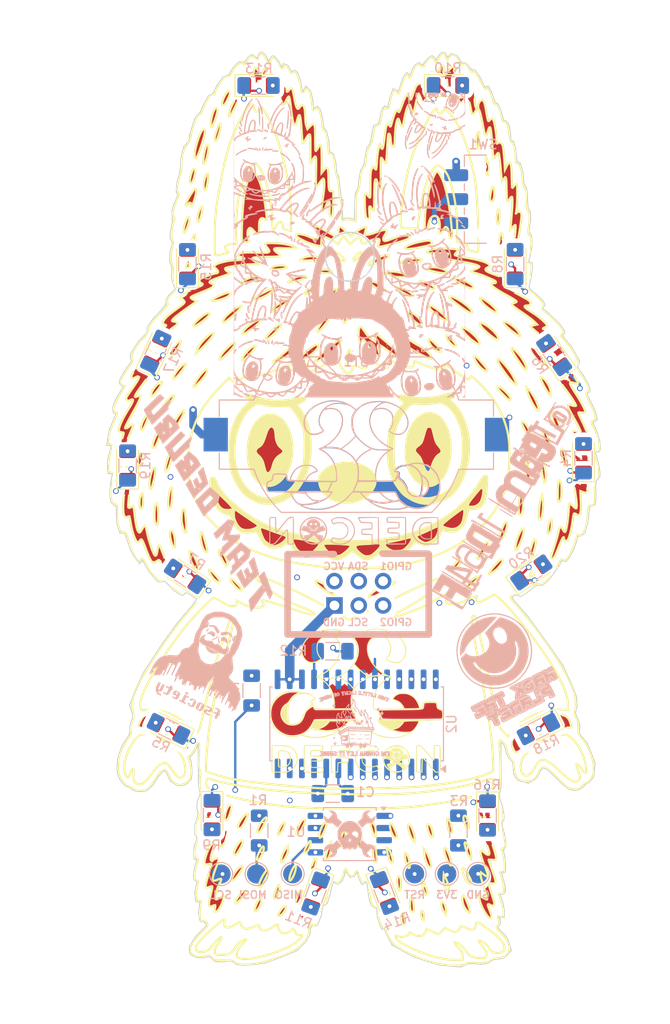
<source format=kicad_pcb>
(kicad_pcb (version 20241229) (generator "pcbnew") (generator_version "9.0")
  (layers (0 "F.Cu" signal) (4 "In1.Cu" signal) (6 "In2.Cu" signal) (2 "B.Cu" signal) (13 "F.Paste" user) (15 "B.Paste" user) (5 "F.SilkS" user "F.Silkscreen") (7 "B.SilkS" user "B.Silkscreen") (1 "F.Mask" user) (3 "B.Mask" user) (25 "Edge.Cuts" user))
  (net 0 "")
  (net 1 "GND")
  (net 2 "/BAT+")
  (net 3 "+3V3")
  (net 4 "Net-(D1-A)")
  (net 5 "Net-(D2-A)")
  (net 6 "Net-(D3-A)")
  (net 7 "Net-(D4-A)")
  (net 8 "Net-(D5-A)")
  (net 9 "Net-(D6-A)")
  (net 10 "Net-(D7-A)")
  (net 11 "Net-(D8-A)")
  (net 12 "Net-(D9-A)")
  (net 13 "Net-(D10-A)")
  (net 14 "Net-(D11-A)")
  (net 15 "Net-(D12-A)")
  (net 16 "Net-(D13-A)")
  (net 17 "Net-(D14-A)")
  (net 18 "Net-(D15-A)")
  (net 19 "Net-(D16-A)")
  (net 20 "MOSI")
  (net 21 "SCL")
  (net 22 "RESET")
  (net 23 "/GPA7")
  (net 24 "/GPB7")
  (net 25 "/GPA6")
  (net 26 "/GPB6")
  (net 27 "/GPA5")
  (net 28 "/GPB5")
  (net 29 "/GPA4")
  (net 30 "/GPB4")
  (net 31 "Net-(U2-~{RESET})")
  (net 32 "/GPA3")
  (net 33 "/GPB3")
  (net 34 "/GPA2")
  (net 35 "/GPB2")
  (net 36 "/GPA1")
  (net 37 "/GPB1")
  (net 38 "/GPA0")
  (net 39 "/GPB0")
  (net 40 "MISO")
  (net 43 "/GPIO2")
  (net 44 "/GPIO1")
  (footprint "LED_SMD:LED_1206_3216Metric_Pad1.42x1.75mm_HandSolder" (layer "F.Cu") (at 125.098071 79.075242 90)
    (property "Reference" "D15" (hide yes))
    (property "Value" "LED" (hide yes))
  )
  (footprint "LED_SMD:LED_1206_3216Metric_Pad1.42x1.75mm_HandSolder" (layer "F.Cu") (at 169.619547 67.55603 125)
    (property "Reference" "D3" (hide yes))
    (property "Value" "LED" (hide yes))
  )
  (footprint "LED_SMD:LED_1206_3216Metric_Pad1.42x1.75mm_HandSolder" (layer "F.Cu") (at 138.762927 39.430911)
    (property "Reference" "D9" (hide yes))
    (property "Value" "LED" (hide yes))
  )
  (footprint "LED_SMD:LED_1206_3216Metric_Pad1.42x1.75mm_HandSolder" (layer "F.Cu") (at 158.525771 39.42918)
    (property "Reference" "D7" (hide yes))
    (property "Value" "LED" (hide yes))
  )
  (footprint "LED_SMD:LED_1206_3216Metric_Pad1.42x1.75mm_HandSolder" (layer "F.Cu") (at 131.099512 90.641866 146)
    (property "Reference" "D4" (hide yes))
    (property "Value" "LED" (hide yes))
  )
  (footprint "dc-labubu-protype-ver-2.0:dc-labubu-protype-ver-2.0" (layer "F.Cu") (at 144.422569 83.677054)
    (property "Reference" "Ref**" (hide yes))
    (property "Value" "Val**" (hide yes))
    (fp_line (start -21.511717 -6.696185) (end -21.214167 -8.380785) (stroke (width 0.1)) (layer "Edge.Cuts"))
    (fp_line (start -21.407472 -5.257118) (end -21.126167 -6.281848) (stroke (width 0.1)) (layer "Edge.Cuts"))
    (fp_line (start -21.366752 -3.753757) (end -21.407472 -5.257118) (stroke (width 0.1)) (layer "Edge.Cuts"))
    (fp_line (start -21.214167 -8.380785) (end -20.737627 -9.534102) (stroke (width 0.1)) (layer "Edge.Cuts"))
    (fp_line (start -21.169559 -2.014389) (end -21.104418 -2.780886) (stroke (width 0.1)) (layer "Edge.Cuts"))
    (fp_line (start -21.165722 -1.353725) (end -21.169559 -2.014389) (stroke (width 0.1)) (layer "Edge.Cuts"))
    (fp_line (start -21.126167 -6.281848) (end -21.009539 -6.684014) (stroke (width 0.1)) (layer "Edge.Cuts"))
    (fp_line (start -21.104418 -2.780886) (end -20.983133 -3.346564) (stroke (width 0.1)) (layer "Edge.Cuts"))
    (fp_line (start -21.067139 -0.812653) (end -21.165722 -1.353725) (stroke (width 0.1)) (layer "Edge.Cuts"))
    (fp_line (start -21.009539 -6.684014) (end -21.511717 -6.696185) (stroke (width 0.1)) (layer "Edge.Cuts"))
    (fp_line (start -20.983133 -3.346564) (end -20.897567 -3.740264) (stroke (width 0.1)) (layer "Edge.Cuts"))
    (fp_line (start -20.897567 -3.740264) (end -21.366752 -3.753757) (stroke (width 0.1)) (layer "Edge.Cuts"))
    (fp_line (start -20.855684 -10.781082) (end -20.542074 -11.557897) (stroke (width 0.1)) (layer "Edge.Cuts"))
    (fp_line (start -20.850604 -10.292926) (end -20.855684 -10.781082) (stroke (width 0.1)) (layer "Edge.Cuts"))
    (fp_line (start -20.848196 -0.54754) (end -21.067139 -0.812653) (stroke (width 0.1)) (layer "Edge.Cuts"))
    (fp_line (start -20.773108 -10.059299) (end -20.850604 -10.292926) (stroke (width 0.1)) (layer "Edge.Cuts"))
    (fp_line (start -20.737627 -9.534102) (end -20.505535 -10.076497) (stroke (width 0.1)) (layer "Edge.Cuts"))
    (fp_line (start -20.646505 -0.40837) (end -20.848196 -0.54754) (stroke (width 0.1)) (layer "Edge.Cuts"))
    (fp_line (start -20.542074 -11.557897) (end -20.189041 -12.141303) (stroke (width 0.1)) (layer "Edge.Cuts"))
    (fp_line (start -20.511647 -0.296451) (end -20.646505 -0.40837) (stroke (width 0.1)) (layer "Edge.Cuts"))
    (fp_line (start -20.505535 -10.076497) (end -20.773108 -10.059299) (stroke (width 0.1)) (layer "Edge.Cuts"))
    (fp_line (start -20.486987 0.383792) (end -20.511647 -0.296451) (stroke (width 0.1)) (layer "Edge.Cuts"))
    (fp_line (start -20.460873 1.36804) (end -20.486987 0.383792) (stroke (width 0.1)) (layer "Edge.Cuts"))
    (fp_line (start -20.429573 27.000048) (end -20.358956 25.973201) (stroke (width 0.1)) (layer "Edge.Cuts"))
    (fp_line (start -20.369433 27.599857) (end -20.429573 27.000048) (stroke (width 0.1)) (layer "Edge.Cuts"))
    (fp_line (start -20.358956 25.973201) (end -19.906836 24.604249) (stroke (width 0.1)) (layer "Edge.Cuts"))
    (fp_line (start -20.189041 -12.141303) (end -19.880537 -12.639248) (stroke (width 0.1)) (layer "Edge.Cuts"))
    (fp_line (start -20.188644 -13.217891) (end -20.11247 -13.610268) (stroke (width 0.1)) (layer "Edge.Cuts"))
    (fp_line (start -20.126996 2.472145) (end -20.460873 1.36804) (stroke (width 0.1)) (layer "Edge.Cuts"))
    (fp_line (start -20.11247 -13.610268) (end -19.608228 -14.514083) (stroke (width 0.1)) (layer "Edge.Cuts"))
    (fp_line (start -20.096648 28.206546) (end -20.369433 27.599857) (stroke (width 0.1)) (layer "Edge.Cuts"))
    (fp_line (start -20.08969 -13.023952) (end -20.188644 -13.217891) (stroke (width 0.1)) (layer "Edge.Cuts"))
    (fp_line (start -19.945915 -12.923146) (end -20.08969 -13.023952) (stroke (width 0.1)) (layer "Edge.Cuts"))
    (fp_line (start -19.906836 24.604249) (end -19.214343 23.586398) (stroke (width 0.1)) (layer "Edge.Cuts"))
    (fp_line (start -19.880537 -12.639248) (end -19.777693 -12.805406) (stroke (width 0.1)) (layer "Edge.Cuts"))
    (fp_line (start -19.777693 -12.805406) (end -19.945915 -12.923146) (stroke (width 0.1)) (layer "Edge.Cuts"))
    (fp_line (start -19.634104 2.436162) (end -20.126996 2.472145) (stroke (width 0.1)) (layer "Edge.Cuts"))
    (fp_line (start -19.608228 -14.514083) (end -19.128909 -15.171837) (stroke (width 0.1)) (layer "Edge.Cuts"))
    (fp_line (start -19.584759 28.823554) (end -20.096648 28.206546) (stroke (width 0.1)) (layer "Edge.Cuts"))
    (fp_line (start -19.368489 3.182815) (end -19.634104 2.436162) (stroke (width 0.1)) (layer "Edge.Cuts"))
    (fp_line (start -19.32994 28.872766) (end -19.584759 28.823554) (stroke (width 0.1)) (layer "Edge.Cuts"))
    (fp_line (start -19.214343 23.586398) (end -19.082449 23.180263) (stroke (width 0.1)) (layer "Edge.Cuts"))
    (fp_line (start -19.129941 20.416164) (end -17.683281 17.01151) (stroke (width 0.1)) (layer "Edge.Cuts"))
    (fp_line (start -19.128909 -15.171837) (end -18.908935 -15.519499) (stroke (width 0.1)) (layer "Edge.Cuts"))
    (fp_line (start -19.082449 23.180263) (end -19.069219 22.713009) (stroke (width 0.1)) (layer "Edge.Cuts"))
    (fp_line (start -19.069219 22.713009) (end -18.989448 22.214535) (stroke (width 0.1)) (layer "Edge.Cuts"))
    (fp_line (start -19.054085 29.05136) (end -19.32994 28.872766) (stroke (width 0.1)) (layer "Edge.Cuts"))
    (fp_line (start -19.04247 -15.98199) (end -18.973414 -16.351612) (stroke (width 0.1)) (layer "Edge.Cuts"))
    (fp_line (start -19.007281 -15.733282) (end -19.04247 -15.98199) (stroke (width 0.1)) (layer "Edge.Cuts"))
    (fp_line (start -18.989448 22.214535) (end -18.820485 21.793054) (stroke (width 0.1)) (layer "Edge.Cuts"))
    (fp_line (start -18.973414 -16.351612) (end -18.116588 -17.632723) (stroke (width 0.1)) (layer "Edge.Cuts"))
    (fp_line (start -18.958518 4.34063) (end -19.368489 3.182815) (stroke (width 0.1)) (layer "Edge.Cuts"))
    (fp_line (start -18.908935 -15.519499) (end -19.007281 -15.733282) (stroke (width 0.1)) (layer "Edge.Cuts"))
    (fp_line (start -18.820485 21.793054) (end -18.760292 21.477671) (stroke (width 0.1)) (layer "Edge.Cuts"))
    (fp_line (start -18.760292 21.477671) (end -19.129941 20.416164) (stroke (width 0.1)) (layer "Edge.Cuts"))
    (fp_line (start -18.677901 29.315149) (end -19.054085 29.05136) (stroke (width 0.1)) (layer "Edge.Cuts"))
    (fp_line (start -18.224088 29.401932) (end -18.677901 29.315149) (stroke (width 0.1)) (layer "Edge.Cuts"))
    (fp_line (start -18.116588 -17.632723) (end -17.483626 -18.284126) (stroke (width 0.1)) (layer "Edge.Cuts"))
    (fp_line (start -18.075102 5.666456) (end -18.958518 4.34063) (stroke (width 0.1)) (layer "Edge.Cuts"))
    (fp_line (start -17.763635 5.289161) (end -18.075102 5.666456) (stroke (width 0.1)) (layer "Edge.Cuts"))
    (fp_line (start -17.683281 17.01151) (end -15.681525 13.948962) (stroke (width 0.1)) (layer "Edge.Cuts"))
    (fp_line (start -17.539401 5.683389) (end -17.763635 5.289161) (stroke (width 0.1)) (layer "Edge.Cuts"))
    (fp_line (start -17.483626 -18.284126) (end -17.280109 -18.538655) (stroke (width 0.1)) (layer "Edge.Cuts"))
    (fp_line (start -17.321702 29.339491) (end -18.224088 29.401932) (stroke (width 0.1)) (layer "Edge.Cuts"))
    (fp_line (start -17.296751 -18.984478) (end -16.671198 -19.896495) (stroke (width 0.1)) (layer "Edge.Cuts"))
    (fp_line (start -17.280109 -18.538655) (end -17.296751 -18.984478) (stroke (width 0.1)) (layer "Edge.Cuts"))
    (fp_line (start -17.086196 6.465761) (end -17.539401 5.683389) (stroke (width 0.1)) (layer "Edge.Cuts"))
    (fp_line (start -16.685247 28.756879) (end -17.321702 29.339491) (stroke (width 0.1)) (layer "Edge.Cuts"))
    (fp_line (start -16.671198 -19.896495) (end -15.909913 -20.722523) (stroke (width 0.1)) (layer "Edge.Cuts"))
    (fp_line (start -16.193202 7.488904) (end -17.086196 6.465761) (stroke (width 0.1)) (layer "Edge.Cuts"))
    (fp_line (start -16.170501 27.932438) (end -16.685247 28.756879) (stroke (width 0.1)) (layer "Edge.Cuts"))
    (fp_line (start -15.909913 -20.722523) (end -15.348098 -21.382393) (stroke (width 0.1)) (layer "Edge.Cuts"))
    (fp_line (start -15.889143 7.567485) (end -16.193202 7.488904) (stroke (width 0.1)) (layer "Edge.Cuts"))
    (fp_line (start -15.695336 7.525416) (end -15.889143 7.567485) (stroke (width 0.1)) (layer "Edge.Cuts"))
    (fp_line (start -15.681525 13.948962) (end -14.110855 11.792611) (stroke (width 0.1)) (layer "Edge.Cuts"))
    (fp_line (start -15.57175 27.247433) (end -16.170501 27.932438) (stroke (width 0.1)) (layer "Edge.Cuts"))
    (fp_line (start -15.466128 7.454508) (end -15.695336 7.525416) (stroke (width 0.1)) (layer "Edge.Cuts"))
    (fp_line (start -15.348098 -21.382393) (end -15.286 -21.914734) (stroke (width 0.1)) (layer "Edge.Cuts"))
    (fp_line (start -15.337356 27.342683) (end -15.57175 27.247433) (stroke (width 0.1)) (layer "Edge.Cuts"))
    (fp_line (start -15.286 -21.914734) (end -15.071291 -22.299703) (stroke (width 0.1)) (layer "Edge.Cuts"))
    (fp_line (start -15.176807 27.667591) (end -15.337356 27.342683) (stroke (width 0.1)) (layer "Edge.Cuts"))
    (fp_line (start -15.071291 -22.299703) (end -14.820387 -22.557671) (stroke (width 0.1)) (layer "Edge.Cuts"))
    (fp_line (start -15.015517 7.892128) (end -15.466128 7.454508) (stroke (width 0.1)) (layer "Edge.Cuts"))
    (fp_line (start -14.938682 -25.831886) (end -14.908705 -26.84246) (stroke (width 0.1)) (layer "Edge.Cuts"))
    (fp_line (start -14.908705 -26.84246) (end -14.701695 -27.559348) (stroke (width 0.1)) (layer "Edge.Cuts"))
    (fp_line (start -14.902752 -28.420142) (end -14.879627 -28.919331) (stroke (width 0.1)) (layer "Edge.Cuts"))
    (fp_line (start -14.879627 -28.919331) (end -14.758871 -29.451487) (stroke (width 0.1)) (layer "Edge.Cuts"))
    (fp_line (start -14.856317 28.352596) (end -15.176807 27.667591) (stroke (width 0.1)) (layer "Edge.Cuts"))
    (fp_line (start -14.820387 -22.557671) (end -14.47119 -22.900306) (stroke (width 0.1)) (layer "Edge.Cuts"))
    (fp_line (start -14.805729 -28.132514) (end -14.902752 -28.420142) (stroke (width 0.1)) (layer "Edge.Cuts"))
    (fp_line (start -14.758871 -29.451487) (end -14.663463 -30.000497) (stroke (width 0.1)) (layer "Edge.Cuts"))
    (fp_line (start -14.747494 -24.278519) (end -14.702621 -24.869333) (stroke (width 0.1)) (layer "Edge.Cuts"))
    (fp_line (start -14.720586 -25.332353) (end -14.938682 -25.831886) (stroke (width 0.1)) (layer "Edge.Cuts"))
    (fp_line (start -14.702621 -24.869333) (end -14.720586 -25.332353) (stroke (width 0.1)) (layer "Edge.Cuts"))
    (fp_line (start -14.701695 -27.559348) (end -14.632401 -27.834673) (stroke (width 0.1)) (layer "Edge.Cuts"))
    (fp_line (start -14.690688 -31.19075) (end -14.532441 -31.780188) (stroke (width 0.1)) (layer "Edge.Cuts"))
    (fp_line (start -14.689127 -27.924261) (end -14.805729 -28.132514) (stroke (width 0.1)) (layer "Edge.Cuts"))
    (fp_line (start -14.671665 -30.78353) (end -14.690688 -31.19075) (stroke (width 0.1)) (layer "Edge.Cuts"))
    (fp_line (start -14.663463 -30.000497) (end -14.652641 -30.380411) (stroke (width 0.1)) (layer "Edge.Cuts"))
    (fp_line (start -14.652641 -30.380411) (end -14.671665 -30.78353) (stroke (width 0.1)) (layer "Edge.Cuts"))
    (fp_line (start -14.651107 -23.759936) (end -14.747494 -24.278519) (stroke (width 0.1)) (layer "Edge.Cuts"))
    (fp_line (start -14.632401 -27.834673) (end -14.689127 -27.924261) (stroke (width 0.1)) (layer "Edge.Cuts"))
    (fp_line (start -14.532441 -31.780188) (end -14.285321 -32.332108) (stroke (width 0.1)) (layer "Edge.Cuts"))
    (fp_line (start -14.514846 -23.417301) (end -14.651107 -23.759936) (stroke (width 0.1)) (layer "Edge.Cuts"))
    (fp_line (start -14.47119 -22.900306) (end -14.354774 -23.014606) (stroke (width 0.1)) (layer "Edge.Cuts"))
    (fp_line (start -14.395758 8.529509) (end -15.015517 7.892128) (stroke (width 0.1)) (layer "Edge.Cuts"))
    (fp_line (start -14.354774 -23.014606) (end -14.514846 -23.417301) (stroke (width 0.1)) (layer "Edge.Cuts"))
    (fp_line (start -14.285321 -32.332108) (end -14.094742 -32.819973) (stroke (width 0.1)) (layer "Edge.Cuts"))
    (fp_line (start -14.233039 -33.113316) (end -14.177344 -34.138469) (stroke (width 0.1)) (layer "Edge.Cuts"))
    (fp_line (start -14.177344 -34.138469) (end -13.939881 -34.929096) (stroke (width 0.1)) (layer "Edge.Cuts"))
    (fp_line (start -14.137683 28.771431) (end -14.856317 28.352596) (stroke (width 0.1)) (layer "Edge.Cuts"))
    (fp_line (start -14.110855 11.792611) (end -12.647314 10.082082) (stroke (width 0.1)) (layer "Edge.Cuts"))
    (fp_line (start -14.094742 -32.819973) (end -14.233039 -33.113316) (stroke (width 0.1)) (layer "Edge.Cuts"))
    (fp_line (start -13.939881 -34.929096) (end -13.802219 -35.699985) (stroke (width 0.1)) (layer "Edge.Cuts"))
    (fp_line (start -13.802219 -35.699985) (end -13.761235 -36.626052) (stroke (width 0.1)) (layer "Edge.Cuts"))
    (fp_line (start -13.761235 -36.626052) (end -13.478713 -37.845938) (stroke (width 0.1)) (layer "Edge.Cuts"))
    (fp_line (start -13.594759 8.98565) (end -14.395758 8.529509) (stroke (width 0.1)) (layer "Edge.Cuts"))
    (fp_line (start -13.478713 -37.845938) (end -13.005215 -38.367722) (stroke (width 0.1)) (layer "Edge.Cuts"))
    (fp_line (start -13.44474 28.758466) (end -14.137683 28.771431) (stroke (width 0.1)) (layer "Edge.Cuts"))
    (fp_line (start -13.20868 8.646719) (end -13.594759 8.98565) (stroke (width 0.1)) (layer "Edge.Cuts"))
    (fp_line (start -13.096682 28.574581) (end -13.44474 28.758466) (stroke (width 0.1)) (layer "Edge.Cuts"))
    (fp_line (start -13.005215 -38.367722) (end -12.887714 -38.562191) (stroke (width 0.1)) (layer "Edge.Cuts"))
    (fp_line (start -12.908034 8.809967) (end -13.20868 8.646719) (stroke (width 0.1)) (layer "Edge.Cuts"))
    (fp_line (start -12.887714 -38.562191) (end -12.869087 -39.038705) (stroke (width 0.1)) (layer "Edge.Cuts"))
    (fp_line (start -12.869087 -39.038705) (end -12.326057 -40.777359) (stroke (width 0.1)) (layer "Edge.Cuts"))
    (fp_line (start -12.869087 45.575362) (end -12.228161 44.537667) (stroke (width 0.1)) (layer "Edge.Cuts"))
    (fp_line (start -12.859218 46.178347) (end -12.869087 45.575362) (stroke (width 0.1)) (layer "Edge.Cuts"))
    (fp_line (start -12.831173 25.915787) (end -12.702612 26.19889) (stroke (width 0.1)) (layer "Edge.Cuts"))
    (fp_line (start -12.718275 46.447957) (end -12.859218 46.178347) (stroke (width 0.1)) (layer "Edge.Cuts"))
    (fp_line (start -12.702612 26.19889) (end -12.623237 26.836006) (stroke (width 0.1)) (layer "Edge.Cuts"))
    (fp_line (start -12.657712 28.124526) (end -13.096682 28.574581) (stroke (width 0.1)) (layer "Edge.Cuts"))
    (fp_line (start -12.647314 10.082082) (end -12.118703 9.339926) (stroke (width 0.1)) (layer "Edge.Cuts"))
    (fp_line (start -12.639667 25.638239) (end -12.831173 25.915787) (stroke (width 0.1)) (layer "Edge.Cuts"))
    (fp_line (start -12.623237 26.836006) (end -12.609769 27.52842) (stroke (width 0.1)) (layer "Edge.Cuts"))
    (fp_line (start -12.609769 27.52842) (end -12.657712 28.124526) (stroke (width 0.1)) (layer "Edge.Cuts"))
    (fp_line (start -12.443267 38.239004) (end -12.399849 37.745822) (stroke (width 0.1)) (layer "Edge.Cuts"))
    (fp_line (start -12.399849 37.745822) (end -12.294254 37.174587) (stroke (width 0.1)) (layer "Edge.Cuts"))
    (fp_line (start -12.394637 35.245512) (end -12.140532 34.458907) (stroke (width 0.1)) (layer "Edge.Cuts"))
    (fp_line (start -12.393341 38.629529) (end -12.443267 38.239004) (stroke (width 0.1)) (layer "Edge.Cuts"))
    (fp_line (start -12.384371 36.495402) (end -12.394637 35.245512) (stroke (width 0.1)) (layer "Edge.Cuts"))
    (fp_line (start -12.347356 25.291635) (end -12.639667 25.638239) (stroke (width 0.1)) (layer "Edge.Cuts"))
    (fp_line (start -12.32947 39.996365) (end -12.155269 39.211876) (stroke (width 0.1)) (layer "Edge.Cuts"))
    (fp_line (start -12.326057 -40.777359) (end -11.832266 -41.375634) (stroke (width 0.1)) (layer "Edge.Cuts"))
    (fp_line (start -12.320686 33.859362) (end -12.294043 32.903159) (stroke (width 0.1)) (layer "Edge.Cuts"))
    (fp_line (start -12.294254 37.174587) (end -12.157676 36.778242) (stroke (width 0.1)) (layer "Edge.Cuts"))
    (fp_line (start -12.294043 32.903159) (end -12.059463 32.091154) (stroke (width 0.1)) (layer "Edge.Cuts"))
    (fp_line (start -12.228161 44.537667) (end -11.469708 43.792602) (stroke (width 0.1)) (layer "Edge.Cuts"))
    (fp_line (start -12.195565 40.909176) (end -12.32947 39.996365) (stroke (width 0.1)) (layer "Edge.Cuts"))
    (fp_line (start -12.157676 36.778242) (end -12.071555 36.52239) (stroke (width 0.1)) (layer "Edge.Cuts"))
    (fp_line (start -12.155269 39.211876) (end -12.087509 38.837227) (stroke (width 0.1)) (layer "Edge.Cuts"))
    (fp_line (start -12.154898 46.732383) (end -12.718275 46.447957) (stroke (width 0.1)) (layer "Edge.Cuts"))
    (fp_line (start -12.140532 34.458907) (end -12.089732 34.202262) (stroke (width 0.1)) (layer "Edge.Cuts"))
    (fp_line (start -12.118703 9.339926) (end -12.908034 8.809967) (stroke (width 0.1)) (layer "Edge.Cuts"))
    (fp_line (start -12.10894 31.151884) (end -12.041789 30.401262) (stroke (width 0.1)) (layer "Edge.Cuts"))
    (fp_line (start -12.107432 24.866715) (end -12.347356 25.291635) (stroke (width 0.1)) (layer "Edge.Cuts"))
    (fp_line (start -12.089732 34.202262) (end -12.320686 33.859362) (stroke (width 0.1)) (layer "Edge.Cuts"))
    (fp_line (start -12.087509 38.837227) (end -12.393341 38.629529) (stroke (width 0.1)) (layer "Edge.Cuts"))
    (fp_line (start -12.071555 36.52239) (end -12.384371 36.495402) (stroke (width 0.1)) (layer "Edge.Cuts"))
    (fp_line (start -12.059463 32.091154) (end -11.95064 31.613052) (stroke (width 0.1)) (layer "Edge.Cuts"))
    (fp_line (start -12.041789 30.401262) (end -11.791335 29.826059) (stroke (width 0.1)) (layer "Edge.Cuts"))
    (fp_line (start -11.957123 24.363478) (end -12.107432 24.866715) (stroke (width 0.1)) (layer "Edge.Cuts"))
    (fp_line (start -11.95064 31.613052) (end -12.10894 31.151884) (stroke (width 0.1)) (layer "Edge.Cuts"))
    (fp_line (start -11.942835 27.345329) (end -11.957123 24.363478) (stroke (width 0.1)) (layer "Edge.Cuts"))
    (fp_line (start -11.929447 28.51849) (end -11.942835 27.345329) (stroke (width 0.1)) (layer "Edge.Cuts"))
    (fp_line (start -11.923917 42.124406) (end -11.832769 41.381721) (stroke (width 0.1)) (layer "Edge.Cuts"))
    (fp_line (start -11.856634 29.180476) (end -11.929447 28.51849) (stroke (width 0.1)) (layer "Edge.Cuts"))
    (fp_line (start -11.832769 41.381721) (end -11.780381 40.940132) (stroke (width 0.1)) (layer "Edge.Cuts"))
    (fp_line (start -11.832266 -41.375634) (end -11.66452 -41.604763) (stroke (width 0.1)) (layer "Edge.Cuts"))
    (fp_line (start -11.791335 29.826059) (end -11.752415 29.531578) (stroke (width 0.1)) (layer "Edge.Cuts"))
    (fp_line (start -11.780381 40.940132) (end -12.195565 40.909176) (stroke (width 0.1)) (layer "Edge.Cuts"))
    (fp_line (start -11.752415 29.531578) (end -11.856634 29.180476) (stroke (width 0.1)) (layer "Edge.Cuts"))
    (fp_line (start -11.729846 42.963398) (end -11.923917 42.124406) (stroke (width 0.1)) (layer "Edge.Cuts"))
    (fp_line (start -11.66452 -41.604763) (end -11.492144 -42.094956) (stroke (width 0.1)) (layer "Edge.Cuts"))
    (fp_line (start -11.492144 -42.094956) (end -10.887705 -43.182815) (stroke (width 0.1)) (layer "Edge.Cuts"))
    (fp_line (start -11.469708 43.792602) (end -11.07667 43.386467) (stroke (width 0.1)) (layer "Edge.Cuts"))
    (fp_line (start -11.381734 46.771806) (end -12.154898 46.732383) (stroke (width 0.1)) (layer "Edge.Cuts"))
    (fp_line (start -11.365436 43.029809) (end -11.729846 42.963398) (stroke (width 0.1)) (layer "Edge.Cuts"))
    (fp_line (start -11.162156 43.1494) (end -11.365436 43.029809) (stroke (width 0.1)) (layer "Edge.Cuts"))
    (fp_line (start -11.07667 43.386467) (end -11.162156 43.1494) (stroke (width 0.1)) (layer "Edge.Cuts"))
    (fp_line (start -10.957925 46.629196) (end -11.381734 46.771806) (stroke (width 0.1)) (layer "Edge.Cuts"))
    (fp_line (start -10.887705 -43.182815) (end -10.430373 -43.411944) (stroke (width 0.1)) (layer "Edge.Cuts"))
    (fp_line (start -10.740596 46.672852) (end -10.957925 46.629196) (stroke (width 0.1)) (layer "Edge.Cuts"))
    (fp_line (start -10.430373 -43.411944) (end -10.236116 -43.744234) (stroke (width 0.1)) (layer "Edge.Cuts"))
    (fp_line (start -10.236116 -43.744234) (end -10.033895 -44.220245) (stroke (width 0.1)) (layer "Edge.Cuts"))
    (fp_line (start -10.195159 47.161537) (end -10.740596 46.672852) (stroke (width 0.1)) (layer "Edge.Cuts"))
    (fp_line (start -10.033895 -44.220245) (end -9.374819 -45.126283) (stroke (width 0.1)) (layer "Edge.Cuts"))
    (fp_line (start -9.374819 -45.126283) (end -8.875233 -45.311121) (stroke (width 0.1)) (layer "Edge.Cuts"))
    (fp_line (start -9.298857 47.199372) (end -10.195159 47.161537) (stroke (width 0.1)) (layer "Edge.Cuts"))
    (fp_line (start -8.875233 -45.311121) (end -8.747043 -45.356391) (stroke (width 0.1)) (layer "Edge.Cuts"))
    (fp_line (start -8.747043 -45.356391) (end -8.674812 -45.508685) (stroke (width 0.1)) (layer "Edge.Cuts"))
    (fp_line (start -8.674812 -45.508685) (end -8.464706 -45.869471) (stroke (width 0.1)) (layer "Edge.Cuts"))
    (fp_line (start -8.662376 47.031362) (end -9.298857 47.199372) (stroke (width 0.1)) (layer "Edge.Cuts"))
    (fp_line (start -8.464706 -45.869471) (end -8.190598 -46.280738) (stroke (width 0.1)) (layer "Edge.Cuts"))
    (fp_line (start -8.376336 47.140106) (end -8.662376 47.031362) (stroke (width 0.1)) (layer "Edge.Cuts"))
    (fp_line (start -8.190598 -46.280738) (end -7.658522 -46.745161) (stroke (width 0.1)) (layer "Edge.Cuts"))
    (fp_line (start -7.929984 47.485387) (end -8.376336 47.140106) (stroke (width 0.1)) (layer "Edge.Cuts"))
    (fp_line (start -7.658522 -46.745161) (end -7.202381 -46.682825) (stroke (width 0.1)) (layer "Edge.Cuts"))
    (fp_line (start -7.278316 47.529307) (end -7.929984 47.485387) (stroke (width 0.1)) (layer "Edge.Cuts"))
    (fp_line (start -7.202381 -46.682825) (end -6.988069 -46.850386) (stroke (width 0.1)) (layer "Edge.Cuts"))
    (fp_line (start -6.988069 -46.850386) (end -6.734334 -47.232867) (stroke (width 0.1)) (layer "Edge.Cuts"))
    (fp_line (start -6.734334 -47.232867) (end -6.327934 -47.48557) (stroke (width 0.1)) (layer "Edge.Cuts"))
    (fp_line (start -6.327934 -47.48557) (end -5.990326 -47.265199) (stroke (width 0.1)) (layer "Edge.Cuts"))
    (fp_line (start -5.990326 -47.265199) (end -5.810939 -47.09658) (stroke (width 0.1)) (layer "Edge.Cuts"))
    (fp_line (start -5.810939 -47.09658) (end -5.751143 -47.040383) (stroke (width 0.1)) (layer "Edge.Cuts"))
    (fp_line (start -5.751143 -47.040383) (end -5.705106 -47.270623) (stroke (width 0.1)) (layer "Edge.Cuts"))
    (fp_line (start -5.705106 -47.270623) (end -5.670445 -47.443634) (stroke (width 0.1)) (layer "Edge.Cuts"))
    (fp_line (start -5.670445 -47.443634) (end -5.551912 -47.664957) (stroke (width 0.1)) (layer "Edge.Cuts"))
    (fp_line (start -5.551912 -47.664957) (end -5.410096 -47.728722) (stroke (width 0.1)) (layer "Edge.Cuts"))
    (fp_line (start -5.410096 -47.728722) (end -5.280979 -47.754968) (stroke (width 0.1)) (layer "Edge.Cuts"))
    (fp_line (start -5.280979 -47.754968) (end -4.905007 -47.413736) (stroke (width 0.1)) (layer "Edge.Cuts"))
    (fp_line (start -4.935434 47.30256) (end -7.278316 47.529307) (stroke (width 0.1)) (layer "Edge.Cuts"))
    (fp_line (start -4.905007 -47.413736) (end -4.758957 -47.092585) (stroke (width 0.1)) (layer "Edge.Cuts"))
    (fp_line (start -4.758957 -47.092585) (end -4.664501 -46.830965) (stroke (width 0.1)) (layer "Edge.Cuts"))
    (fp_line (start -4.664501 -46.830965) (end -4.633015 -46.743759) (stroke (width 0.1)) (layer "Edge.Cuts"))
    (fp_line (start -4.633015 -46.743759) (end -4.490934 -46.977094) (stroke (width 0.1)) (layer "Edge.Cuts"))
    (fp_line (start -4.490934 -46.977094) (end -4.40468 -47.11899) (stroke (width 0.1)) (layer "Edge.Cuts"))
    (fp_line (start -4.40468 -47.11899) (end -4.257307 -47.311236) (stroke (width 0.1)) (layer "Edge.Cuts"))
    (fp_line (start -4.257307 -47.311236) (end -4.066808 -47.365952) (stroke (width 0.1)) (layer "Edge.Cuts"))
    (fp_line (start -4.066808 -47.365952) (end -3.600612 -46.846814) (stroke (width 0.1)) (layer "Edge.Cuts"))
    (fp_line (start -3.600612 -46.846814) (end -3.361165 -46.387683) (stroke (width 0.1)) (layer "Edge.Cuts"))
    (fp_line (start -3.361165 -46.387683) (end -3.223053 -46.12773) (stroke (width 0.1)) (layer "Edge.Cuts"))
    (fp_line (start -3.223053 -46.12773) (end -3.077532 -46.537358) (stroke (width 0.1)) (layer "Edge.Cuts"))
    (fp_line (start -3.077532 -46.537358) (end -2.616893 -46.370988) (stroke (width 0.1)) (layer "Edge.Cuts"))
    (fp_line (start -2.616893 -46.370988) (end -2.340933 -45.914741) (stroke (width 0.1)) (layer "Edge.Cuts"))
    (fp_line (start -2.340933 -45.914741) (end -2.169748 -45.637537) (stroke (width 0.1)) (layer "Edge.Cuts"))
    (fp_line (start -2.169748 -45.637537) (end -1.97475 -45.821528) (stroke (width 0.1)) (layer "Edge.Cuts"))
    (fp_line (start -1.97475 -45.821528) (end -1.840342 -45.831529) (stroke (width 0.1)) (layer "Edge.Cuts"))
    (fp_line (start -1.840342 -45.831529) (end -1.5874 -45.608221) (stroke (width 0.1)) (layer "Edge.Cuts"))
    (fp_line (start -1.654869 46.035472) (end -4.935434 47.30256) (stroke (width 0.1)) (layer "Edge.Cuts"))
    (fp_line (start -1.5874 -45.608221) (end -1.245824 -44.669851) (stroke (width 0.1)) (layer "Edge.Cuts"))
    (fp_line (start -1.245824 -44.669851) (end -1.115914 -43.915631) (stroke (width 0.1)) (layer "Edge.Cuts"))
    (fp_line (start -1.115914 -43.915631) (end -1.053737 -43.581489) (stroke (width 0.1)) (layer "Edge.Cuts"))
    (fp_line (start -1.053737 -43.581489) (end -0.733591 -44.191512) (stroke (width 0.1)) (layer "Edge.Cuts"))
    (fp_line (start -0.733591 -44.191512) (end -0.221094 -43.683909) (stroke (width 0.1)) (layer "Edge.Cuts"))
    (fp_line (start -0.699195 45.050165) (end -1.654869 46.035472) (stroke (width 0.1)) (layer "Edge.Cuts"))
    (fp_line (start -0.262898 44.209849) (end -0.699195 45.050165) (stroke (width 0.1)) (layer "Edge.Cuts"))
    (fp_line (start -0.244906 43.77117) (end -0.262898 44.209849) (stroke (width 0.1)) (layer "Edge.Cuts"))
    (fp_line (start -0.221094 -43.683909) (end -0.029271 -42.936886) (stroke (width 0.1)) (layer "Edge.Cuts"))
    (fp_line (start -0.108117 43.446527) (end -0.244906 43.77117) (stroke (width 0.1)) (layer "Edge.Cuts"))
    (fp_line (start -0.029271 -42.936886) (end 0.041637 -42.428384) (stroke (width 0.1)) (layer "Edge.Cuts"))
    (fp_line (start 0.041637 -42.428384) (end 0.056718 -42.01656) (stroke (width 0.1)) (layer "Edge.Cuts"))
    (fp_line (start 0.056718 -42.01656) (end 0.08397 -41.794363) (stroke (width 0.1)) (layer "Edge.Cuts"))
    (fp_line (start 0.08397 -41.794363) (end 0.337705 -42.017698) (stroke (width 0.1)) (layer "Edge.Cuts"))
    (fp_line (start 0.337705 -42.017698) (end 0.489841 -42.074371) (stroke (width 0.1)) (layer "Edge.Cuts"))
    (fp_line (start 0.489841 -42.074371) (end 0.748603 -41.825372) (stroke (width 0.1)) (layer "Edge.Cuts"))
    (fp_line (start 0.490899 43.382763) (end -0.108117 43.446527) (stroke (width 0.1)) (layer "Edge.Cuts"))
    (fp_line (start 0.748603 -41.825372) (end 1.001809 -40.964948) (stroke (width 0.1)) (layer "Edge.Cuts"))
    (fp_line (start 0.919259 42.283685) (end 0.490899 43.382763) (stroke (width 0.1)) (layer "Edge.Cuts"))
    (fp_line (start 0.99784 41.650008) (end 0.919259 42.283685) (stroke (width 0.1)) (layer "Edge.Cuts"))
    (fp_line (start 1.001809 -40.964948) (end 1.093355 -40.218189) (stroke (width 0.1)) (layer "Edge.Cuts"))
    (fp_line (start 1.093355 -40.218189) (end 1.185694 -39.789565) (stroke (width 0.1)) (layer "Edge.Cuts"))
    (fp_line (start 1.116109 41.329334) (end 0.99784 41.650008) (stroke (width 0.1)) (layer "Edge.Cuts"))
    (fp_line (start 1.185694 -39.789565) (end 1.437048 -39.5371) (stroke (width 0.1)) (layer "Edge.Cuts"))
    (fp_line (start 1.437048 -39.5371) (end 1.700573 -38.393863) (stroke (width 0.1)) (layer "Edge.Cuts"))
    (fp_line (start 1.518539 41.086447) (end 1.116109 41.329334) (stroke (width 0.1)) (layer "Edge.Cuts"))
    (fp_line (start 1.700573 -38.393863) (end 1.738408 -37.606464) (stroke (width 0.1)) (layer "Edge.Cuts"))
    (fp_line (start 1.738408 -37.606464) (end 1.801379 -37.329419) (stroke (width 0.1)) (layer "Edge.Cuts"))
    (fp_line (start 1.801379 -37.329419) (end 2.142162 -37.150085) (stroke (width 0.1)) (layer "Edge.Cuts"))
    (fp_line (start 1.822545 40.099552) (end 1.518539 41.086447) (stroke (width 0.1)) (layer "Edge.Cuts"))
    (fp_line (start 1.991349 39.324324) (end 1.822545 40.099552) (stroke (width 0.1)) (layer "Edge.Cuts"))
    (fp_line (start 2.142162 -37.150085) (end 2.424207 -36.177981) (stroke (width 0.1)) (layer "Edge.Cuts"))
    (fp_line (start 2.193755 38.80627) (end 1.991349 39.324324) (stroke (width 0.1)) (layer "Edge.Cuts"))
    (fp_line (start 2.424207 -36.177981) (end 2.466011 -35.420532) (stroke (width 0.1)) (layer "Edge.Cuts"))
    (fp_line (start 2.466011 -35.420532) (end 2.522103 -35.042919) (stroke (width 0.1)) (layer "Edge.Cuts"))
    (fp_line (start 2.500142 39.067678) (end 2.193755 38.80627) (stroke (width 0.1)) (layer "Edge.Cuts"))
    (fp_line (start 2.522103 -35.042919) (end 2.694611 -34.788153) (stroke (width 0.1)) (layer "Edge.Cuts"))
    (fp_line (start 2.687996 39.071118) (end 2.500142 39.067678) (stroke (width 0.1)) (layer "Edge.Cuts"))
    (fp_line (start 2.694611 -34.788153) (end 2.982742 -32.515543) (stroke (width 0.1)) (layer "Edge.Cuts"))
    (fp_line (start 2.982742 -32.515543) (end 3.077992 -31.035783) (stroke (width 0.1)) (layer "Edge.Cuts"))
    (fp_line (start 3.043596 38.776373) (end 2.687996 39.071118) (stroke (width 0.1)) (layer "Edge.Cuts"))
    (fp_line (start 3.077992 -31.035783) (end 3.131967 -30.293866) (stroke (width 0.1)) (layer "Edge.Cuts"))
    (fp_line (start 3.131967 -30.293866) (end 3.387289 -30.411288) (stroke (width 0.1)) (layer "Edge.Cuts"))
    (fp_line (start 3.314529 38.168096) (end 3.043596 38.776373) (stroke (width 0.1)) (layer "Edge.Cuts"))
    (fp_line (start 3.363741 37.723068) (end 3.314529 38.168096) (stroke (width 0.1)) (layer "Edge.Cuts"))
    (fp_line (start 3.387289 -30.411288) (end 3.695528 -30.42084) (stroke (width 0.1)) (layer "Edge.Cuts"))
    (fp_line (start 3.573026 37.934734) (end 3.363741 37.723068) (stroke (width 0.1)) (layer "Edge.Cuts"))
    (fp_line (start 3.695528 -30.42084) (end 3.918043 -30.372183) (stroke (width 0.1)) (layer "Edge.Cuts"))
    (fp_line (start 3.918043 -30.372183) (end 4.234219 -30.291961) (stroke (width 0.1)) (layer "Edge.Cuts"))
    (fp_line (start 3.918572 38.39114) (end 3.573026 37.934734) (stroke (width 0.1)) (layer "Edge.Cuts"))
    (fp_line (start 4.234219 -30.291961) (end 4.339788 -30.265212) (stroke (width 0.1)) (layer "Edge.Cuts"))
    (fp_line (start 4.339788 -30.265212) (end 4.374448 -31.355453) (stroke (width 0.1)) (layer "Edge.Cuts"))
    (fp_line (start 4.343228 38.256202) (end 3.918572 38.39114) (stroke (width 0.1)) (layer "Edge.Cuts"))
    (fp_line (start 4.374448 -31.355453) (end 4.397467 -32.068821) (stroke (width 0.1)) (layer "Edge.Cuts"))
    (fp_line (start 4.397467 -32.068821) (end 4.458321 -33.066352) (stroke (width 0.1)) (layer "Edge.Cuts"))
    (fp_line (start 4.458321 -33.066352) (end 4.670517 -33.435975) (stroke (width 0.1)) (layer "Edge.Cuts"))
    (fp_line (start 4.578706 37.870969) (end 4.343228 38.256202) (stroke (width 0.1)) (layer "Edge.Cuts"))
    (fp_line (start 4.670517 -33.435975) (end 4.773969 -33.785859) (stroke (width 0.1)) (layer "Edge.Cuts"))
    (fp_line (start 4.6811 37.791595) (end 4.578706 37.870969) (stroke (width 0.1)) (layer "Edge.Cuts"))
    (fp_line (start 4.758623 38.346954) (end 4.6811 37.791595) (stroke (width 0.1)) (layer "Edge.Cuts"))
    (fp_line (start 4.773969 -33.785859) (end 4.788521 -34.298912) (stroke (width 0.1)) (layer "Edge.Cuts"))
    (fp_line (start 4.788521 -34.298912) (end 4.999129 -35.398493) (stroke (width 0.1)) (layer "Edge.Cuts"))
    (fp_line (start 4.999129 -35.398493) (end 5.292287 -35.895671) (stroke (width 0.1)) (layer "Edge.Cuts"))
    (fp_line (start 5.101258 39.122712) (end 4.758623 38.346954) (stroke (width 0.1)) (layer "Edge.Cuts"))
    (fp_line (start 5.244926 39.094666) (end 5.101258 39.122712) (stroke (width 0.1)) (layer "Edge.Cuts"))
    (fp_line (start 5.292287 -35.895671) (end 5.423784 -36.384937) (stroke (width 0.1)) (layer "Edge.Cuts"))
    (fp_line (start 5.38886 38.989891) (end 5.244926 39.094666) (stroke (width 0.1)) (layer "Edge.Cuts"))
    (fp_line (start 5.423784 -36.384937) (end 5.496016 -36.988451) (stroke (width 0.1)) (layer "Edge.Cuts"))
    (fp_line (start 5.496016 -36.988451) (end 5.650797 -37.766934) (stroke (width 0.1)) (layer "Edge.Cuts"))
    (fp_line (start 5.564807 38.835904) (end 5.38886 38.989891) (stroke (width 0.1)) (layer "Edge.Cuts"))
    (fp_line (start 5.644182 38.916866) (end 5.564807 38.835904) (stroke (width 0.1)) (layer "Edge.Cuts"))
    (fp_line (start 5.650797 -37.766934) (end 5.935223 -38.108775) (stroke (width 0.1)) (layer "Edge.Cuts"))
    (fp_line (start 5.707947 39.276964) (end 5.644182 38.916866) (stroke (width 0.1)) (layer "Edge.Cuts"))
    (fp_line (start 5.766949 39.764855) (end 5.707947 39.276964) (stroke (width 0.1)) (layer "Edge.Cuts"))
    (fp_line (start 5.823569 40.255391) (end 5.766949 39.764855) (stroke (width 0.1)) (layer "Edge.Cuts"))
    (fp_line (start 5.928873 40.822657) (end 5.823569 40.255391) (stroke (width 0.1)) (layer "Edge.Cuts"))
    (fp_line (start 5.935223 -38.108775) (end 6.088946 -38.663262) (stroke (width 0.1)) (layer "Edge.Cuts"))
    (fp_line (start 6.088946 -38.663262) (end 6.18499 -39.292943) (stroke (width 0.1)) (layer "Edge.Cuts"))
    (fp_line (start 6.090004 41.242551) (end 5.928873 40.822657) (stroke (width 0.1)) (layer "Edge.Cuts"))
    (fp_line (start 6.18499 -39.292943) (end 6.366494 -40.088147) (stroke (width 0.1)) (layer "Edge.Cuts"))
    (fp_line (start 6.366494 -40.088147) (end 6.826339 -40.219618) (stroke (width 0.1)) (layer "Edge.Cuts"))
    (fp_line (start 6.458833 41.557404) (end 6.090004 41.242551) (stroke (width 0.1)) (layer "Edge.Cuts"))
    (fp_line (start 6.647481 41.510838) (end 6.458833 41.557404) (stroke (width 0.1)) (layer "Edge.Cuts"))
    (fp_line (start 6.677379 41.720917) (end 6.647481 41.510838) (stroke (width 0.1)) (layer "Edge.Cuts"))
    (fp_line (start 6.737175 42.528424) (end 6.677379 41.720917) (stroke (width 0.1)) (layer "Edge.Cuts"))
    (fp_line (start 6.826339 -40.219618) (end 6.990116 -40.687031) (stroke (width 0.1)) (layer "Edge.Cuts"))
    (fp_line (start 6.990116 -40.687031) (end 7.079809 -41.253635) (stroke (width 0.1)) (layer "Edge.Cuts"))
    (fp_line (start 7.079809 -41.253635) (end 7.294651 -41.904192) (stroke (width 0.1)) (layer "Edge.Cuts"))
    (fp_line (start 7.180086 43.7463) (end 6.737175 42.528424) (stroke (width 0.1)) (layer "Edge.Cuts"))
    (fp_line (start 7.294651 -41.904192) (end 7.525103 -42.111492) (stroke (width 0.1)) (layer "Edge.Cuts"))
    (fp_line (start 7.469276 43.791279) (end 7.180086 43.7463) (stroke (width 0.1)) (layer "Edge.Cuts"))
    (fp_line (start 7.525103 -42.111492) (end 7.63808 -42.048045) (stroke (width 0.1)) (layer "Edge.Cuts"))
    (fp_line (start 7.56823 43.970137) (end 7.469276 43.791279) (stroke (width 0.1)) (layer "Edge.Cuts"))
    (fp_line (start 7.63808 -42.048045) (end 7.758994 -41.933931) (stroke (width 0.1)) (layer "Edge.Cuts"))
    (fp_line (start 7.758994 -41.933931) (end 7.891286 -42.267702) (stroke (width 0.1)) (layer "Edge.Cuts"))
    (fp_line (start 7.891286 -42.267702) (end 8.020137 -42.877672) (stroke (width 0.1)) (layer "Edge.Cuts"))
    (fp_line (start 8.020137 -42.877672) (end 8.392406 -43.94373) (stroke (width 0.1)) (layer "Edge.Cuts"))
    (fp_line (start 8.281281 45.450743) (end 7.56823 43.970137) (stroke (width 0.1)) (layer "Edge.Cuts"))
    (fp_line (start 8.392406 -43.94373) (end 8.911782 -43.647026) (stroke (width 0.1)) (layer "Edge.Cuts"))
    (fp_line (start 8.911782 -43.647026) (end 9.089317 -44.04107) (stroke (width 0.1)) (layer "Edge.Cuts"))
    (fp_line (start 9.089317 -44.04107) (end 9.234309 -44.53621) (stroke (width 0.1)) (layer "Edge.Cuts"))
    (fp_line (start 9.234309 -44.53621) (end 9.456823 -45.113927) (stroke (width 0.1)) (layer "Edge.Cuts"))
    (fp_line (start 9.456823 -45.113927) (end 9.702092 -45.480692) (stroke (width 0.1)) (layer "Edge.Cuts"))
    (fp_line (start 9.702092 -45.480692) (end 9.855285 -45.594119) (stroke (width 0.1)) (layer "Edge.Cuts"))
    (fp_line (start 9.855285 -45.594119) (end 10.072243 -45.318741) (stroke (width 0.1)) (layer "Edge.Cuts"))
    (fp_line (start 10.072243 -45.318741) (end 10.177812 -45.339326) (stroke (width 0.1)) (layer "Edge.Cuts"))
    (fp_line (start 10.177812 -45.339326) (end 10.269887 -45.577583) (stroke (width 0.1)) (layer "Edge.Cuts"))
    (fp_line (start 10.269887 -45.577583) (end 10.337091 -45.775967) (stroke (width 0.1)) (layer "Edge.Cuts"))
    (fp_line (start 10.337091 -45.775967) (end 10.355876 -45.887039) (stroke (width 0.1)) (layer "Edge.Cuts"))
    (fp_line (start 10.355876 -45.887039) (end 10.520182 -46.139583) (stroke (width 0.1)) (layer "Edge.Cuts"))
    (fp_line (start 10.520182 -46.139583) (end 10.747194 -46.440917) (stroke (width 0.1)) (layer "Edge.Cuts"))
    (fp_line (start 10.663851 46.727885) (end 8.281281 45.450743) (stroke (width 0.1)) (layer "Edge.Cuts"))
    (fp_line (start 10.747194 -46.440917) (end 11.11179 -46.656684) (stroke (width 0.1)) (layer "Edge.Cuts"))
    (fp_line (start 11.11179 -46.656684) (end 11.393306 -46.409432) (stroke (width 0.1)) (layer "Edge.Cuts"))
    (fp_line (start 11.393306 -46.409432) (end 11.481148 -46.331591) (stroke (width 0.1)) (layer "Edge.Cuts"))
    (fp_line (start 11.481148 -46.331591) (end 11.510516 -46.486849) (stroke (width 0.1)) (layer "Edge.Cuts"))
    (fp_line (start 11.510516 -46.486849) (end 12.100272 -47.166139) (stroke (width 0.1)) (layer "Edge.Cuts"))
    (fp_line (start 12.100272 -47.166139) (end 12.460634 -47.365952) (stroke (width 0.1)) (layer "Edge.Cuts"))
    (fp_line (start 12.460634 -47.365952) (end 12.618325 -47.253398) (stroke (width 0.1)) (layer "Edge.Cuts"))
    (fp_line (start 12.618325 -47.253398) (end 12.746119 -47.069302) (stroke (width 0.1)) (layer "Edge.Cuts"))
    (fp_line (start 12.746119 -47.069302) (end 12.925242 -46.921611) (stroke (width 0.1)) (layer "Edge.Cuts"))
    (fp_line (start 12.925242 -46.921611) (end 12.983185 -47.121716) (stroke (width 0.1)) (layer "Edge.Cuts"))
    (fp_line (start 12.983185 -47.121716) (end 13.136908 -47.366825) (stroke (width 0.1)) (layer "Edge.Cuts"))
    (fp_line (start 13.136908 -47.366825) (end 13.333493 -47.588652) (stroke (width 0.1)) (layer "Edge.Cuts"))
    (fp_line (start 13.144052 47.502055) (end 10.663851 46.727885) (stroke (width 0.1)) (layer "Edge.Cuts"))
    (fp_line (start 13.333493 -47.588652) (end 13.546483 -47.740866) (stroke (width 0.1)) (layer "Edge.Cuts"))
    (fp_line (start 13.546483 -47.740866) (end 13.77032 -47.653369) (stroke (width 0.1)) (layer "Edge.Cuts"))
    (fp_line (start 13.77032 -47.653369) (end 13.92219 -47.49192) (stroke (width 0.1)) (layer "Edge.Cuts"))
    (fp_line (start 13.92219 -47.49192) (end 14.019822 -47.243979) (stroke (width 0.1)) (layer "Edge.Cuts"))
    (fp_line (start 14.019822 -47.243979) (end 14.12539 -47.247657) (stroke (width 0.1)) (layer "Edge.Cuts"))
    (fp_line (start 14.12539 -47.247657) (end 14.470936 -47.593044) (stroke (width 0.1)) (layer "Edge.Cuts"))
    (fp_line (start 14.470936 -47.593044) (end 15.097733 -47.328275) (stroke (width 0.1)) (layer "Edge.Cuts"))
    (fp_line (start 15.097733 -47.328275) (end 15.458095 -46.759078) (stroke (width 0.1)) (layer "Edge.Cuts"))
    (fp_line (start 15.454655 47.731978) (end 13.144052 47.502055) (stroke (width 0.1)) (layer "Edge.Cuts"))
    (fp_line (start 15.458095 -46.759078) (end 15.64833 -46.603053) (stroke (width 0.1)) (layer "Edge.Cuts"))
    (fp_line (start 15.64833 -46.603053) (end 15.918998 -46.577892) (stroke (width 0.1)) (layer "Edge.Cuts"))
    (fp_line (start 15.918998 -46.577892) (end 16.182788 -46.398002) (stroke (width 0.1)) (layer "Edge.Cuts"))
    (fp_line (start 16.182788 -46.398002) (end 16.389162 -46.115771) (stroke (width 0.1)) (layer "Edge.Cuts"))
    (fp_line (start 16.247875 47.363943) (end 15.454655 47.731978) (stroke (width 0.1)) (layer "Edge.Cuts"))
    (fp_line (start 16.389162 -46.115771) (end 16.60956 -45.898046) (stroke (width 0.1)) (layer "Edge.Cuts"))
    (fp_line (start 16.60956 -45.898046) (end 16.920445 -45.885663) (stroke (width 0.1)) (layer "Edge.Cuts"))
    (fp_line (start 16.738676 47.364472) (end 16.247875 47.363943) (stroke (width 0.1)) (layer "Edge.Cuts"))
    (fp_line (start 16.920445 -45.885663) (end 17.527398 -45.028123) (stroke (width 0.1)) (layer "Edge.Cuts"))
    (fp_line (start 17.527398 -45.028123) (end 17.82135 -44.341715) (stroke (width 0.1)) (layer "Edge.Cuts"))
    (fp_line (start 17.587988 47.462368) (end 16.738676 47.364472) (stroke (width 0.1)) (layer "Edge.Cuts"))
    (fp_line (start 17.82135 -44.341715) (end 17.966342 -44.062104) (stroke (width 0.1)) (layer "Edge.Cuts"))
    (fp_line (start 17.966342 -44.062104) (end 18.312681 -44.204529) (stroke (width 0.1)) (layer "Edge.Cuts"))
    (fp_line (start 18.312681 -44.204529) (end 18.630445 -43.6665) (stroke (width 0.1)) (layer "Edge.Cuts"))
    (fp_line (start 18.357395 47.285362) (end 17.587988 47.462368) (stroke (width 0.1)) (layer "Edge.Cuts"))
    (fp_line (start 18.630445 -43.6665) (end 18.833909 -43.030125) (stroke (width 0.1)) (layer "Edge.Cuts"))
    (fp_line (start 18.787078 46.983208) (end 18.357395 47.285362) (stroke (width 0.1)) (layer "Edge.Cuts"))
    (fp_line (start 18.833909 -43.030125) (end 19.039226 -42.531439) (stroke (width 0.1)) (layer "Edge.Cuts"))
    (fp_line (start 19.039226 -42.531439) (end 19.358048 -42.307628) (stroke (width 0.1)) (layer "Edge.Cuts"))
    (fp_line (start 19.155113 46.899071) (end 18.787078 46.983208) (stroke (width 0.1)) (layer "Edge.Cuts"))
    (fp_line (start 19.331854 43.556594) (end 19.561777 43.902404) (stroke (width 0.1)) (layer "Edge.Cuts"))
    (fp_line (start 19.358048 -42.307628) (end 19.714177 -41.41466) (stroke (width 0.1)) (layer "Edge.Cuts"))
    (fp_line (start 19.386623 42.497732) (end 19.565217 42.697493) (stroke (width 0.1)) (layer "Edge.Cuts"))
    (fp_line (start 19.481079 29.69218) (end 19.526323 30.15864) (stroke (width 0.1)) (layer "Edge.Cuts"))
    (fp_line (start 19.494838 42.507787) (end 19.386623 42.497732) (stroke (width 0.1)) (layer "Edge.Cuts"))
    (fp_line (start 19.526323 30.15864) (end 19.789848 30.895768) (stroke (width 0.1)) (layer "Edge.Cuts"))
    (fp_line (start 19.532938 46.882931) (end 19.155113 46.899071) (stroke (width 0.1)) (layer "Edge.Cuts"))
    (fp_line (start 19.557279 40.0977) (end 19.602258 40.305133) (stroke (width 0.1)) (layer "Edge.Cuts"))
    (fp_line (start 19.561777 43.902404) (end 20.247576 44.590319) (stroke (width 0.1)) (layer "Edge.Cuts"))
    (fp_line (start 19.565217 42.697493) (end 19.588235 43.176388) (stroke (width 0.1)) (layer "Edge.Cuts"))
    (fp_line (start 19.588235 43.176388) (end 19.331854 43.556594) (stroke (width 0.1)) (layer "Edge.Cuts"))
    (fp_line (start 19.602258 40.305133) (end 19.725025 40.583474) (stroke (width 0.1)) (layer "Edge.Cuts"))
    (fp_line (start 19.635596 25.836412) (end 19.660467 27.254841) (stroke (width 0.1)) (layer "Edge.Cuts"))
    (fp_line (start 19.657027 24.305005) (end 19.635596 25.836412) (stroke (width 0.1)) (layer "Edge.Cuts"))
    (fp_line (start 19.660467 27.254841) (end 19.663906 28.878058) (stroke (width 0.1)) (layer "Edge.Cuts"))
    (fp_line (start 19.663906 28.878058) (end 19.481079 29.69218) (stroke (width 0.1)) (layer "Edge.Cuts"))
    (fp_line (start 19.714177 -41.41466) (end 19.871339 -40.767464) (stroke (width 0.1)) (layer "Edge.Cuts"))
    (fp_line (start 19.721056 37.923886) (end 19.831387 38.330815) (stroke (width 0.1)) (layer "Edge.Cuts"))
    (fp_line (start 19.725025 40.583474) (end 19.88695 41.187782) (stroke (width 0.1)) (layer "Edge.Cuts"))
    (fp_line (start 19.742223 32.75658) (end 19.813396 33.190232) (stroke (width 0.1)) (layer "Edge.Cuts"))
    (fp_line (start 19.789848 30.895768) (end 19.982993 32.165766) (stroke (width 0.1)) (layer "Edge.Cuts"))
    (fp_line (start 19.813396 33.190232) (end 20.004424 33.789777) (stroke (width 0.1)) (layer "Edge.Cuts"))
    (fp_line (start 19.831387 38.330815) (end 20.069247 39.220872) (stroke (width 0.1)) (layer "Edge.Cuts"))
    (fp_line (start 19.831916 37.86118) (end 19.721056 37.923886) (stroke (width 0.1)) (layer "Edge.Cuts"))
    (fp_line (start 19.871339 -40.767464) (end 19.936956 -40.593368) (stroke (width 0.1)) (layer "Edge.Cuts"))
    (fp_line (start 19.88695 41.187782) (end 19.995958 41.834687) (stroke (width 0.1)) (layer "Edge.Cuts"))
    (fp_line (start 19.911291 24.422216) (end 19.657027 24.305005) (stroke (width 0.1)) (layer "Edge.Cuts"))
    (fp_line (start 19.913672 40.133154) (end 19.557279 40.0977) (stroke (width 0.1)) (layer "Edge.Cuts"))
    (fp_line (start 19.923991 35.495279) (end 19.9441 35.796903) (stroke (width 0.1)) (layer "Edge.Cuts"))
    (fp_line (start 19.935368 46.787152) (end 19.532938 46.882931) (stroke (width 0.1)) (layer "Edge.Cuts"))
    (fp_line (start 19.936956 -40.593368) (end 20.152326 -40.571725) (stroke (width 0.1)) (layer "Edge.Cuts"))
    (fp_line (start 19.9441 35.796903) (end 20.035645 36.149328) (stroke (width 0.1)) (layer "Edge.Cuts"))
    (fp_line (start 19.962091 42.509374) (end 19.494838 42.507787) (stroke (width 0.1)) (layer "Edge.Cuts"))
    (fp_line (start 19.982993 32.165766) (end 19.742223 32.75658) (stroke (width 0.1)) (layer "Edge.Cuts"))
    (fp_line (start 19.995958 41.834687) (end 19.962091 42.509374) (stroke (width 0.1)) (layer "Edge.Cuts"))
    (fp_line (start 20.004424 33.789777) (end 20.15656 34.9931) (stroke (width 0.1)) (layer "Edge.Cuts"))
    (fp_line (start 20.035645 36.149328) (end 20.115814 36.791735) (stroke (width 0.1)) (layer "Edge.Cuts"))
    (fp_line (start 20.069247 39.220872) (end 20.128514 39.805336) (stroke (width 0.1)) (layer "Edge.Cuts"))
    (fp_line (start 20.094118 24.937888) (end 19.911291 24.422216) (stroke (width 0.1)) (layer "Edge.Cuts"))
    (fp_line (start 20.103378 37.831811) (end 19.831916 37.86118) (stroke (width 0.1)) (layer "Edge.Cuts"))
    (fp_line (start 20.115814 36.791735) (end 20.128778 37.357414) (stroke (width 0.1)) (layer "Edge.Cuts"))
    (fp_line (start 20.128514 39.805336) (end 19.913672 40.133154) (stroke (width 0.1)) (layer "Edge.Cuts"))
    (fp_line (start 20.128778 37.357414) (end 20.103378 37.831811) (stroke (width 0.1)) (layer "Edge.Cuts"))
    (fp_line (start 20.152326 -40.571725) (end 20.383572 -40.322753) (stroke (width 0.1)) (layer "Edge.Cuts"))
    (fp_line (start 20.15656 34.9931) (end 19.923991 35.495279) (stroke (width 0.1)) (layer "Edge.Cuts"))
    (fp_line (start 20.227203 25.46335) (end 20.094118 24.937888) (stroke (width 0.1)) (layer "Edge.Cuts"))
    (fp_line (start 20.247576 44.590319) (end 20.748432 45.996313) (stroke (width 0.1)) (layer "Edge.Cuts"))
    (fp_line (start 20.383572 -40.322753) (end 20.533855 -39.906246) (stroke (width 0.1)) (layer "Edge.Cuts"))
    (fp_line (start 20.470884 25.907585) (end 20.227203 25.46335) (stroke (width 0.1)) (layer "Edge.Cuts"))
    (fp_line (start 20.533855 -39.906246) (end 20.636249 -39.335593) (stroke (width 0.1)) (layer "Edge.Cuts"))
    (fp_line (start 20.636249 -39.335593) (end 20.654505 -38.867784) (stroke (width 0.1)) (layer "Edge.Cuts"))
    (fp_line (start 20.654505 -38.867784) (end 20.685726 -38.50946) (stroke (width 0.1)) (layer "Edge.Cuts"))
    (fp_line (start 20.685726 -38.50946) (end 20.945017 -38.43318) (stroke (width 0.1)) (layer "Edge.Cuts"))
    (fp_line (start 20.748432 45.996313) (end 19.935368 46.787152) (stroke (width 0.1)) (layer "Edge.Cuts"))
    (fp_line (start 20.793411 9.116089) (end 20.964067 9.429091) (stroke (width 0.1)) (layer "Edge.Cuts"))
    (fp_line (start 20.833892 26.315572) (end 20.470884 25.907585) (stroke (width 0.1)) (layer "Edge.Cuts"))
    (fp_line (start 20.92438 26.771183) (end 20.833892 26.315572) (stroke (width 0.1)) (layer "Edge.Cuts"))
    (fp_line (start 20.945017 -38.43318) (end 21.186846 -37.616069) (stroke (width 0.1)) (layer "Edge.Cuts"))
    (fp_line (start 20.964067 9.429091) (end 22.451553 11.130624) (stroke (width 0.1)) (layer "Edge.Cuts"))
    (fp_line (start 20.977032 27.620759) (end 20.92438 26.771183) (stroke (width 0.1)) (layer "Edge.Cuts"))
    (fp_line (start 21.038944 8.947021) (end 20.793411 9.116089) (stroke (width 0.1)) (layer "Edge.Cuts"))
    (fp_line (start 21.186846 -37.616069) (end 21.261458 -36.867034) (stroke (width 0.1)) (layer "Edge.Cuts"))
    (fp_line (start 21.237646 8.906804) (end 21.038944 8.947021) (stroke (width 0.1)) (layer "Edge.Cuts"))
    (fp_line (start 21.261458 -36.867034) (end 21.340569 -36.301647) (stroke (width 0.1)) (layer "Edge.Cuts"))
    (fp_line (start 21.340569 -36.301647) (end 21.667858 -36.118952) (stroke (width 0.1)) (layer "Edge.Cuts"))
    (fp_line (start 21.374171 28.227448) (end 20.977032 27.620759) (stroke (width 0.1)) (layer "Edge.Cuts"))
    (fp_line (start 21.667858 -36.118952) (end 21.928737 -35.2494) (stroke (width 0.1)) (layer "Edge.Cuts"))
    (fp_line (start 21.749349 9.075343) (end 21.237646 8.906804) (stroke (width 0.1)) (layer "Edge.Cuts"))
    (fp_line (start 21.928737 -35.2494) (end 22.003084 -34.457874) (stroke (width 0.1)) (layer "Edge.Cuts"))
    (fp_line (start 22.003084 -34.457874) (end 22.093307 -33.90934) (stroke (width 0.1)) (layer "Edge.Cuts"))
    (fp_line (start 22.093307 -33.90934) (end 22.303386 -33.569483) (stroke (width 0.1)) (layer "Edge.Cuts"))
    (fp_line (start 22.303386 -33.569483) (end 22.403399 -32.868338) (stroke (width 0.1)) (layer "Edge.Cuts"))
    (fp_line (start 22.334607 8.700958) (end 21.749349 9.075343) (stroke (width 0.1)) (layer "Edge.Cuts"))
    (fp_line (start 22.403399 -32.868338) (end 22.431973 -32.136766) (stroke (width 0.1)) (layer "Edge.Cuts"))
    (fp_line (start 22.431973 -32.136766) (end 22.488859 -31.41419) (stroke (width 0.1)) (layer "Edge.Cuts"))
    (fp_line (start 22.451553 11.130624) (end 26.109942 16.224111) (stroke (width 0.1)) (layer "Edge.Cuts"))
    (fp_line (start 22.488859 -31.41419) (end 22.717723 -31.082932) (stroke (width 0.1)) (layer "Edge.Cuts"))
    (fp_line (start 22.504998 28.557648) (end 21.374171 28.227448) (stroke (width 0.1)) (layer "Edge.Cuts"))
    (fp_line (start 22.5259 -25.845379) (end 22.890231 -25.756744) (stroke (width 0.1)) (layer "Edge.Cuts"))
    (fp_line (start 22.566382 -28.958966) (end 22.817206 -28.639826) (stroke (width 0.1)) (layer "Edge.Cuts"))
    (fp_line (start 22.567705 -23.200079) (end 22.756617 -22.929939) (stroke (width 0.1)) (layer "Edge.Cuts"))
    (fp_line (start 22.605805 -29.336367) (end 22.566382 -28.958966) (stroke (width 0.1)) (layer "Edge.Cuts"))
    (fp_line (start 22.64999 -26.314485) (end 22.5259 -25.845379) (stroke (width 0.1)) (layer "Edge.Cuts"))
    (fp_line (start 22.653694 -23.616797) (end 22.567705 -23.200079) (stroke (width 0.1)) (layer "Edge.Cuts"))
    (fp_line (start 22.717723 -31.082932) (end 22.739684 -30.087412) (stroke (width 0.1)) (layer "Edge.Cuts"))
    (fp_line (start 22.739684 -30.087412) (end 22.605805 -29.336367) (stroke (width 0.1)) (layer "Edge.Cuts"))
    (fp_line (start 22.756617 -22.929939) (end 23.616512 -22.229059) (stroke (width 0.1)) (layer "Edge.Cuts"))
    (fp_line (start 22.773021 -24.161573) (end 22.653694 -23.616797) (stroke (width 0.1)) (layer "Edge.Cuts"))
    (fp_line (start 22.817206 -28.639826) (end 22.851338 -27.237933) (stroke (width 0.1)) (layer "Edge.Cuts"))
    (fp_line (start 22.851338 -27.237933) (end 22.64999 -26.314485) (stroke (width 0.1)) (layer "Edge.Cuts"))
    (fp_line (start 22.886262 -24.886531) (end 22.773021 -24.161573) (stroke (width 0.1)) (layer "Edge.Cuts"))
    (fp_line (start 22.890231 -25.756744) (end 22.930183 -25.37839) (stroke (width 0.1)) (layer "Edge.Cuts"))
    (fp_line (start 22.930183 -25.37839) (end 22.886262 -24.886531) (stroke (width 0.1)) (layer "Edge.Cuts"))
    (fp_line (start 22.957435 8.179201) (end 22.334607 8.700958) (stroke (width 0.1)) (layer "Edge.Cuts"))
    (fp_line (start 23.411989 27.970803) (end 22.504998 28.557648) (stroke (width 0.1)) (layer "Edge.Cuts"))
    (fp_line (start 23.473372 7.881016) (end 22.957435 8.179201) (stroke (width 0.1)) (layer "Edge.Cuts"))
    (fp_line (start 23.616512 -22.229059) (end 24.099376 -21.695924) (stroke (width 0.1)) (layer "Edge.Cuts"))
    (fp_line (start 23.758593 27.299291) (end 23.411989 27.970803) (stroke (width 0.1)) (layer "Edge.Cuts"))
    (fp_line (start 23.944065 7.881809) (end 23.473372 7.881016) (stroke (width 0.1)) (layer "Edge.Cuts"))
    (fp_line (start 24.014444 26.932579) (end 23.758593 27.299291) (stroke (width 0.1)) (layer "Edge.Cuts"))
    (fp_line (start 24.026351 -21.037113) (end 24.133507 -20.858784) (stroke (width 0.1)) (layer "Edge.Cuts"))
    (fp_line (start 24.099376 -21.695924) (end 24.24569 -21.333975) (stroke (width 0.1)) (layer "Edge.Cuts"))
    (fp_line (start 24.133507 -20.858784) (end 24.554723 -20.552661) (stroke (width 0.1)) (layer "Edge.Cuts"))
    (fp_line (start 24.24569 -21.333975) (end 24.026351 -21.037113) (stroke (width 0.1)) (layer "Edge.Cuts"))
    (fp_line (start 24.296225 7.658501) (end 23.944065 7.881809) (stroke (width 0.1)) (layer "Edge.Cuts"))
    (fp_line (start 24.461325 27.102177) (end 24.014444 26.932579) (stroke (width 0.1)) (layer "Edge.Cuts"))
    (fp_line (start 24.554723 -20.552661) (end 25.767836 -19.378971) (stroke (width 0.1)) (layer "Edge.Cuts"))
    (fp_line (start 24.9217 6.997308) (end 24.296225 7.658501) (stroke (width 0.1)) (layer "Edge.Cuts"))
    (fp_line (start 25.322543 27.91233) (end 24.461325 27.102177) (stroke (width 0.1)) (layer "Edge.Cuts"))
    (fp_line (start 25.767836 -19.378971) (end 26.280862 -18.645018) (stroke (width 0.1)) (layer "Edge.Cuts"))
    (fp_line (start 25.804084 5.736041) (end 24.9217 6.997308) (stroke (width 0.1)) (layer "Edge.Cuts"))
    (fp_line (start 25.86335 5.461404) (end 25.804084 5.736041) (stroke (width 0.1)) (layer "Edge.Cuts"))
    (fp_line (start 26.047765 -18.205016) (end 26.330075 -17.784065) (stroke (width 0.1)) (layer "Edge.Cuts"))
    (fp_line (start 26.062846 28.662423) (end 25.322543 27.91233) (stroke (width 0.1)) (layer "Edge.Cuts"))
    (fp_line (start 26.109942 16.224111) (end 27.518846 19.474513) (stroke (width 0.1)) (layer "Edge.Cuts"))
    (fp_line (start 26.12661 5.315883) (end 25.86335 5.461404) (stroke (width 0.1)) (layer "Edge.Cuts"))
    (fp_line (start 26.280862 -18.645018) (end 26.318433 -18.42118) (stroke (width 0.1)) (layer "Edge.Cuts"))
    (fp_line (start 26.318433 -18.42118) (end 26.047765 -18.205016) (stroke (width 0.1)) (layer "Edge.Cuts"))
    (fp_line (start 26.330075 -17.784065) (end 26.923799 -17.126047) (stroke (width 0.1)) (layer "Edge.Cuts"))
    (fp_line (start 26.405746 5.442883) (end 26.12661 5.315883) (stroke (width 0.1)) (layer "Edge.Cuts"))
    (fp_line (start 26.720599 29.169364) (end 26.062846 28.662423) (stroke (width 0.1)) (layer "Edge.Cuts"))
    (fp_line (start 26.789126 5.002617) (end 26.405746 5.442883) (stroke (width 0.1)) (layer "Edge.Cuts"))
    (fp_line (start 26.923799 -17.126047) (end 27.838992 -15.52823) (stroke (width 0.1)) (layer "Edge.Cuts"))
    (fp_line (start 27.192086 4.251466) (end 26.789126 5.002617) (stroke (width 0.1)) (layer "Edge.Cuts"))
    (fp_line (start 27.303211 29.318853) (end 26.720599 29.169364) (stroke (width 0.1)) (layer "Edge.Cuts"))
    (fp_line (start 27.422538 21.164405) (end 27.517523 21.558898) (stroke (width 0.1)) (layer "Edge.Cuts"))
    (fp_line (start 27.517523 21.558898) (end 27.752738 22.051023) (stroke (width 0.1)) (layer "Edge.Cuts"))
    (fp_line (start 27.518846 19.474513) (end 27.598486 20.529935) (stroke (width 0.1)) (layer "Edge.Cuts"))
    (fp_line (start 27.590284 3.167469) (end 27.192086 4.251466) (stroke (width 0.1)) (layer "Edge.Cuts"))
    (fp_line (start 27.598486 20.529935) (end 27.422538 21.164405) (stroke (width 0.1)) (layer "Edge.Cuts"))
    (fp_line (start 27.59875 2.854468) (end 27.590284 3.167469) (stroke (width 0.1)) (layer "Edge.Cuts"))
    (fp_line (start 27.646904 -14.893495) (end 27.859894 -14.529694) (stroke (width 0.1)) (layer "Edge.Cuts"))
    (fp_line (start 27.669923 29.271228) (end 27.303211 29.318853) (stroke (width 0.1)) (layer "Edge.Cuts"))
    (fp_line (start 27.698763 2.781972) (end 27.59875 2.854468) (stroke (width 0.1)) (layer "Edge.Cuts"))
    (fp_line (start 27.752738 22.051023) (end 27.89429 22.518012) (stroke (width 0.1)) (layer "Edge.Cuts"))
    (fp_line (start 27.820735 23.13793) (end 27.926569 23.515754) (stroke (width 0.1)) (layer "Edge.Cuts"))
    (fp_line (start 27.838992 -15.52823) (end 27.646904 -14.893495) (stroke (width 0.1)) (layer "Edge.Cuts"))
    (fp_line (start 27.859894 -14.529694) (end 28.202793 -14.064028) (stroke (width 0.1)) (layer "Edge.Cuts"))
    (fp_line (start 27.89429 22.518012) (end 27.820735 23.13793) (stroke (width 0.1)) (layer "Edge.Cuts"))
    (fp_line (start 27.926569 23.515754) (end 28.626126 24.317441) (stroke (width 0.1)) (layer "Edge.Cuts"))
    (fp_line (start 28.041662 29.082845) (end 27.669923 29.271228) (stroke (width 0.1)) (layer "Edge.Cuts"))
    (fp_line (start 28.202793 -14.064028) (end 28.79837 -13.029508) (stroke (width 0.1)) (layer "Edge.Cuts"))
    (fp_line (start 28.323179 28.866681) (end 28.041662 29.082845) (stroke (width 0.1)) (layer "Edge.Cuts"))
    (fp_line (start 28.383768 2.526385) (end 27.698763 2.781972) (stroke (width 0.1)) (layer "Edge.Cuts"))
    (fp_line (start 28.42372 28.720366) (end 28.323179 28.866681) (stroke (width 0.1)) (layer "Edge.Cuts"))
    (fp_line (start 28.558657 28.613739) (end 28.42372 28.720366) (stroke (width 0.1)) (layer "Edge.Cuts"))
    (fp_line (start 28.609193 -12.155855) (end 28.815038 -11.634891) (stroke (width 0.1)) (layer "Edge.Cuts"))
    (fp_line (start 28.626126 24.317441) (end 29.47385 26.455801) (stroke (width 0.1)) (layer "Edge.Cuts"))
    (fp_line (start 28.773763 1.020114) (end 28.383768 2.526385) (stroke (width 0.1)) (layer "Edge.Cuts"))
    (fp_line (start 28.79837 -13.029508) (end 28.956326 -12.404298) (stroke (width 0.1)) (layer "Edge.Cuts"))
    (fp_line (start 28.815038 -11.634891) (end 29.1119 -11.073446) (stroke (width 0.1)) (layer "Edge.Cuts"))
    (fp_line (start 28.843349 0.133496) (end 28.773763 1.020114) (stroke (width 0.1)) (layer "Edge.Cuts"))
    (fp_line (start 28.865309 -12.246078) (end 28.609193 -12.155855) (stroke (width 0.1)) (layer "Edge.Cuts"))
    (fp_line (start 28.878803 28.447581) (end 28.558657 28.613739) (stroke (width 0.1)) (layer "Edge.Cuts"))
    (fp_line (start 28.952622 -0.349632) (end 28.843349 0.133496) (stroke (width 0.1)) (layer "Edge.Cuts"))
    (fp_line (start 28.956326 -12.404298) (end 28.865309 -12.246078) (stroke (width 0.1)) (layer "Edge.Cuts"))
    (fp_line (start 29.1119 -11.073446) (end 29.449244 -10.329174) (stroke (width 0.1)) (layer "Edge.Cuts"))
    (fp_line (start 29.267211 -9.023721) (end 29.45189 -8.604357) (stroke (width 0.1)) (layer "Edge.Cuts"))
    (fp_line (start 29.314042 27.888782) (end 28.878803 28.447581) (stroke (width 0.1)) (layer "Edge.Cuts"))
    (fp_line (start 29.32489 -9.070288) (end 29.267211 -9.023721) (stroke (width 0.1)) (layer "Edge.Cuts"))
    (fp_line (start 29.449244 -10.329174) (end 29.638156 -9.735714) (stroke (width 0.1)) (layer "Edge.Cuts"))
    (fp_line (start 29.45189 -8.604357) (end 29.669641 -8.108529) (stroke (width 0.1)) (layer "Edge.Cuts"))
    (fp_line (start 29.47385 26.455801) (end 29.314042 27.888782) (stroke (width 0.1)) (layer "Edge.Cuts"))
    (fp_line (start 29.497398 -0.526638) (end 28.952622 -0.349632) (stroke (width 0.1)) (layer "Edge.Cuts"))
    (fp_line (start 29.497927 -9.210252) (end 29.32489 -9.070288) (stroke (width 0.1)) (layer "Edge.Cuts"))
    (fp_line (start 29.500044 -5.961967) (end 29.638156 -5.492068) (stroke (width 0.1)) (layer "Edge.Cuts"))
    (fp_line (start 29.525973 -2.416555) (end 29.567512 -1.52491) (stroke (width 0.1)) (layer "Edge.Cuts"))
    (fp_line (start 29.567512 -1.52491) (end 29.497398 -0.526638) (stroke (width 0.1)) (layer "Edge.Cuts"))
    (fp_line (start 29.590002 -3.011867) (end 29.525973 -2.416555) (stroke (width 0.1)) (layer "Edge.Cuts"))
    (fp_line (start 29.614344 -6.025996) (end 29.500044 -5.961967) (stroke (width 0.1)) (layer "Edge.Cuts"))
    (fp_line (start 29.638156 -9.735714) (end 29.689485 -9.379056) (stroke (width 0.1)) (layer "Edge.Cuts"))
    (fp_line (start 29.638156 -5.492068) (end 29.878927 -4.571319) (stroke (width 0.1)) (layer "Edge.Cuts"))
    (fp_line (start 29.669641 -8.108529) (end 29.970208 -7.116343) (stroke (width 0.1)) (layer "Edge.Cuts"))
    (fp_line (start 29.689485 -9.379056) (end 29.497927 -9.210252) (stroke (width 0.1)) (layer "Edge.Cuts"))
    (fp_line (start 29.878927 -4.571319) (end 29.993756 -3.795826) (stroke (width 0.1)) (layer "Edge.Cuts"))
    (fp_line (start 29.914645 -6.038167) (end 29.614344 -6.025996) (stroke (width 0.1)) (layer "Edge.Cuts"))
    (fp_line (start 29.970208 -7.116343) (end 29.978145 -6.340056) (stroke (width 0.1)) (layer "Edge.Cuts"))
    (fp_line (start 29.971795 -3.415091) (end 29.590002 -3.011867) (stroke (width 0.1)) (layer "Edge.Cuts"))
    (fp_line (start 29.978145 -6.340056) (end 29.914645 -6.038167) (stroke (width 0.1)) (layer "Edge.Cuts"))
    (fp_line (start 29.993756 -3.795826) (end 29.971795 -3.415091) (stroke (width 0.1)) (layer "Edge.Cuts"))
  )
  (footprint "LED_SMD:LED_1206_3216Metric_Pad1.42x1.75mm_HandSolder" (layer "F.Cu") (at 162.665711 115.594483 -90)
    (property "Reference" "D12" (hide yes))
    (property "Value" "LED" (hide yes))
  )
  (footprint "LED_SMD:LED_1206_3216Metric_Pad1.42x1.75mm_HandSolder" (layer "F.Cu") (at 144.730055 123.731567 -110)
    (property "Reference" "D8" (hide yes))
    (property "Value" "LED" (hide yes))
  )
  (footprint "BadgeLife_SAO_v169bis:Badgelife-SAOv169-SAO-2x3" (layer "F.Cu") (at 149.165695 92.38895)
    (property "Reference" "X1" (hide yes))
    (property "Value" "Badgelife_sao_connector_v169bis")
  )
  (footprint "LED_SMD:LED_1206_3216Metric_Pad1.42x1.75mm_HandSolder" (layer "F.Cu") (at 165.540897 58.061866 90)
    (property "Reference" "D5" (hide yes))
    (property "Value" "LED" (hide yes))
  )
  (footprint "LED_SMD:LED_1206_3216Metric_Pad1.42x1.75mm_HandSolder" (layer "F.Cu") (at 133.909532 115.545478 -90)
    (property "Reference" "D6" (hide yes))
    (property "Value" "LED" (hide yes))
  )
  (footprint "LED_SMD:LED_1206_3216Metric_Pad1.42x1.75mm_HandSolder" (layer "F.Cu") (at 128.039881 67.181059 65)
    (property "Reference" "D13" (hide yes))
    (property "Value" "LED" (hide yes))
  )
  (footprint "LED_SMD:LED_1206_3216Metric_Pad1.42x1.75mm_HandSolder" (layer "F.Cu") (at 129.369618 106.561795 154)
    (property "Reference" "D2" (hide yes))
    (property "Value" "LED" (hide yes))
  )
  (footprint "LED_SMD:LED_1206_3216Metric_Pad1.42x1.75mm_HandSolder" (layer "F.Cu") (at 167.978909 106.571128 -153)
    (property "Reference" "D14" (hide yes))
    (property "Value" "LED" (hide yes))
  )
  (footprint "LED_SMD:LED_1206_3216Metric_Pad1.42x1.75mm_HandSolder" (layer "F.Cu") (at 151.899763 123.670753 -69)
    (property "Reference" "D10" (hide yes))
    (property "Value" "LED" (hide yes))
  )
  (footprint "LED_SMD:LED_1206_3216Metric_Pad1.42x1.75mm_HandSolder" (layer "F.Cu") (at 167.232332 90.232479 35)
    (property "Reference" "D16" (hide yes))
    (property "Value" "LED" (hide yes))
  )
  (footprint "LED_SMD:LED_1206_3216Metric_Pad1.42x1.75mm_HandSolder" (layer "F.Cu") (at 131.346629 58.073179 90)
    (property "Reference" "D11" (hide yes))
    (property "Value" "LED" (hide yes))
  )
  (footprint "LED_SMD:LED_1206_3216Metric_Pad1.42x1.75mm_HandSolder" (layer "F.Cu") (at 172.682942 78.318617 90)
    (property "Reference" "D1" (hide yes))
    (property "Value" "LED" (hide yes))
  )
  (footprint "Resistor_SMD:R_1206_3216Metric_Pad1.30x1.75mm_HandSolder" (layer "B.Cu") (at 169.61644 67.556631 -55)
    (property "Reference" "R6")
    (property "Value" "220Ω" (hide yes))
  )
  (footprint "Capacitor_SMD:C_1206_3216Metric_Pad1.33x1.80mm_HandSolder" (layer "B.Cu") (at 146.509889 113.307035)
    (property "Reference" "C1")
    (property "Value" "0.1µF")
  )
  (footprint "Resistor_SMD:R_1206_3216Metric_Pad1.30x1.75mm_HandSolder" (layer "B.Cu") (at 167.981897 106.574005 27)
    (property "Reference" "R18")
    (property "Value" "220Ω" (hide yes))
  )
  (footprint "TestPoint:TestPoint_Pad_D2.0mm" (layer "B.Cu") (at 134.854375 121.697598)
    (property "Reference" "SCL")
    (property "Value" "SCK (SCL)" (hide yes))
  )
  (footprint "Resistor_SMD:R_1206_3216Metric_Pad1.30x1.75mm_HandSolder" (layer "B.Cu") (at 151.906414 123.684457 111)
    (property "Reference" "R14")
    (property "Value" "220Ω" (hide yes))
  )
  (footprint "Resistor_SMD:R_1206_3216Metric_Pad1.30x1.75mm_HandSolder" (layer "B.Cu") (at 144.729624 123.735094 70)
    (property "Reference" "R11")
    (property "Value" "220Ω" (hide yes))
  )
  (footprint "Package_SO:SOIC-28W_7.5x17.9mm_P1.27mm" (layer "B.Cu") (at 149.004672 106.03349 90)
    (property "Reference" "U2")
    (property "Value" "MCP23017_SO")
  )
  (footprint "Resistor_SMD:R_1206_3216Metric_Pad1.30x1.75mm_HandSolder" (layer "B.Cu") (at 146.494061 98.456153)
    (property "Reference" "R12")
    (property "Value" "10kΩ")
  )
  (footprint "Button_Switch_SMD:SW_SPDT_CK_JS102011SAQN" (layer "B.Cu") (at 162.147661 51.291654 -90)
    (property "Reference" "SW1")
    (property "Value" "SW_SPST" (hide yes))
  )
  (footprint "TestPoint:TestPoint_Pad_D2.0mm" (layer "B.Cu") (at 138.565424 121.697598)
    (property "Reference" "MOSI")
    (property "Value" "MOSI (SDA)" (hide yes))
  )
  (footprint "Resistor_SMD:R_1206_3216Metric_Pad1.30x1.75mm_HandSolder" (layer "B.Cu") (at 138.042321 102.561409 -90)
    (property "Reference" "R2")
    (property "Value" "4.7k")
  )
  (footprint "Resistor_SMD:R_1206_3216Metric_Pad1.30x1.75mm_HandSolder" (layer "B.Cu") (at 131.093726 90.641174 -34)
    (property "Reference" "R7")
    (property "Value" "220Ω" (hide yes))
  )
  (footprint "TestPoint:TestPoint_Pad_D2.0mm" (layer "B.Cu") (at 142.325022 121.680907)
    (property "Reference" "MISO")
    (property "Value" "MISO" (hide yes))
  )
  (footprint "Resistor_SMD:R_1206_3216Metric_Pad1.30x1.75mm_HandSolder" (layer "B.Cu") (at 128.038919 67.183635 -115)
    (property "Reference" "R17")
    (property "Value" "220Ω" (hide yes))
  )
  (footprint "Resistor_SMD:R_1206_3216Metric_Pad1.30x1.75mm_HandSolder" (layer "B.Cu") (at 162.669135 115.595668 90)
    (property "Reference" "R16")
    (property "Value" "220Ω" (hide yes))
  )
  (footprint "Resistor_SMD:R_1206_3216Metric_Pad1.30x1.75mm_HandSolder" (layer "B.Cu") (at 138.760596 39.430238 180)
    (property "Reference" "R13")
    (property "Value" "220Ω" (hide yes))
  )
  (footprint "Resistor_SMD:R_1206_3216Metric_Pad1.30x1.75mm_HandSolder" (layer "B.Cu") (at 172.681189 78.318095 -90)
    (property "Reference" "R4")
    (property "Value" "220Ω" (hide yes))
  )
  (footprint "Resistor_SMD:R_1206_3216Metric_Pad1.30x1.75mm_HandSolder" (layer "B.Cu") (at 158.530267 39.425868 180)
    (property "Reference" "R10")
    (property "Value" "220Ω" (hide yes))
  )
  (footprint "Resistor_SMD:R_1206_3216Metric_Pad1.30x1.75mm_HandSolder" (layer "B.Cu") (at 159.625929 117.158388 90)
    (property "Reference" "R3")
    (property "Value" "10kΩ" (hide yes))
  )
  (footprint "TestPoint:TestPoint_Pad_D2.0mm" (layer "B.Cu") (at 155.055968 121.680907)
    (property "Reference" "RST")
    (property "Value" "RESET" (hide yes))
  )
  (footprint "Resistor_SMD:R_1206_3216Metric_Pad1.30x1.75mm_HandSolder" (layer "B.Cu") (at 131.3406 58.072849 -90)
    (property "Reference" "R15")
    (property "Value" "220Ω" (hide yes))
  )
  (footprint "Resistor_SMD:R_1206_3216Metric_Pad1.30x1.75mm_HandSolder" (layer "B.Cu") (at 129.372386 106.562635 -26)
    (property "Reference" "R5")
    (property "Value" "220Ω" (hide yes))
  )
  (footprint "TestPoint:TestPoint_Pad_D2.0mm" (layer "B.Cu") (at 158.417484 121.680907)
    (property "Reference" "3V3")
    (property "Value" "+3V3" (hide yes))
  )
  (footprint "Package_SO:SOIC-8_5.3x5.3mm_P1.27mm" (layer "B.Cu") (at 148.289469 117.536617 180)
    (property "Reference" "U1")
    (property "Value" "ATtiny85-20S" (hide yes))
  )
  (footprint "TestPoint:TestPoint_Pad_D2.0mm" (layer "B.Cu") (at 161.68587 121.680907)
    (property "Reference" "GND")
    (property "Value" "GND" (hide yes))
  )
  (footprint "Battery:BatteryHolder_Keystone_1058_1x2032" (layer "B.Cu") (at 148.976207 75.854429)
    (property "Reference" "BT1")
    (property "Value" "Battery_Cell")
  )
  (footprint "Resistor_SMD:R_1206_3216Metric_Pad1.30x1.75mm_HandSolder" (layer "B.Cu") (at 167.232332 90.232479 -145)
    (property "Reference" "R20")
    (property "Value" "220Ω" (hide yes))
  )
  (footprint "Resistor_SMD:R_1206_3216Metric_Pad1.30x1.75mm_HandSolder" (layer "B.Cu") (at 138.834119 117.16621 -90)
    (property "Reference" "R1")
    (property "Value" "4.7k" (hide yes))
  )
  (footprint "Resistor_SMD:R_1206_3216Metric_Pad1.30x1.75mm_HandSolder" (layer "B.Cu") (at 133.909812 115.554247 90)
    (property "Reference" "R9")
    (property "Value" "220Ω" (hide yes))
  )
  (footprint "Resistor_SMD:R_1206_3216Metric_Pad1.30x1.75mm_HandSolder" (layer "B.Cu") (at 165.541833 58.064305 -90)
    (property "Reference" "R8")
    (property "Value" "220Ω" (hide yes))
  )
  (footprint "Resistor_SMD:R_1206_3216Metric_Pad1.30x1.75mm_HandSolder" (layer "B.Cu") (at 125.099509 79.077288 -90)
    (property "Reference" "R19")
    (property "Value" "220Ω" (hide yes))
  )
  (gr_circle (center 148.292454 57.30365) (end 150.502518 58.556141) (stroke (width 0.15)) (fill no) (layer "Edge.Cuts"))
  (segment (start 169.304278 105.89582) (end 168.664988 105.89582) (width 0.25) (layer "F.Cu") (net 1))
  (segment (start 168.664988 105.89582) (end 167.998811 106.561997) (width 0.25) (layer "F.Cu") (net 1))
  (segment (start 127.849138 68.52919) (end 128.798406 67.579922) (width 0.25) (layer "F.Cu") (net 1))
  (segment (start 125.09807 80.562741) (end 125.47606 80.184751) (width 0.25) (layer "F.Cu") (net 1))
  (segment (start 151.366692 122.282054) (end 151.366692 123.044229) (width 0.25) (layer "F.Cu") (net 1))
  (segment (start 157.653412 39.42918) (end 158.54035 40.316118) (width 0.25) (layer "F.Cu") (net 1))
  (segment (start 132.332702 90.935389) (end 131.541771 90.144458) (width 0.25) (layer "F.Cu") (net 1))
  (segment (start 131.346628 59.560678) (end 131.346628 59.457307) (width 0.25) (layer "F.Cu") (net 1))
  (segment (start 145.238807 122.333776) (end 145.238807 123.136277) (width 0.25) (layer "F.Cu") (net 1))
  (segment (start 145.238807 123.136277) (end 144.651597 123.723487) (width 0.25) (layer "F.Cu") (net 1))
  (segment (start 161.299133 114.106984) (end 161.187478 114.218639) (width 0.25) (layer "F.Cu") (net 1))
  (segment (start 125.47606 80.184751) (end 125.47606 79.44078) (width 0.25) (layer "F.Cu") (net 1))
  (segment (start 137.275427 39.430911) (end 137.825202 39.980686) (width 0.25) (layer "F.Cu") (net 1))
  (segment (start 169.968978 68.774517) (end 169.149869 67.955408) (width 0.25) (layer "F.Cu") (net 1))
  (segment (start 130.706571 107.213869) (end 129.949498 107.213869) (width 0.25) (layer "F.Cu") (net 1))
  (segment (start 171.4705 79.806116) (end 171.295733 79.631349) (width 0.25) (layer "F.Cu") (net 1))
  (segment (start 132.332702 91.473663) (end 132.332702 90.935389) (width 0.25) (layer "F.Cu") (net 1))
  (segment (start 170.472738 68.774517) (end 169.968978 68.774517) (width 0.25) (layer "F.Cu") (net 1))
  (segment (start 129.949498 107.213869) (end 129.324206 106.588577) (width 0.25) (layer "F.Cu") (net 1))
  (segment (start 127.411238 68.52919) (end 127.849138 68.52919) (width 0.25) (layer "F.Cu") (net 1))
  (segment (start 151.366692 123.044229) (end 151.944391 123.621928) (width 0.25) (layer "F.Cu") (net 1))
  (segment (start 131.346628 59.457307) (end 132.509496 58.294439) (width 0.25) (layer "F.Cu") (net 1))
  (segment (start 166.013845 91.085671) (end 166.013845 90.649112) (width 0.25) (layer "F.Cu") (net 1))
  (segment (start 172.682941 79.806116) (end 171.4705 79.806116) (width 0.25) (layer "F.Cu") (net 1))
  (segment (start 134.56077 114.709218) (end 134.56077 115.536094) (width 0.25) (layer "F.Cu") (net 1))
  (segment (start 137.825202 39.980686) (end 138.821461 39.980686) (width 0.25) (layer "F.Cu") (net 1))
  (segment (start 165.540896 59.549365) (end 165.540896 58.504888) (width 0.25) (layer "F.Cu") (net 1))
  (segment (start 166.013845 90.649112) (end 166.967534 89.695423) (width 0.25) (layer "F.Cu") (net 1))
  (segment (start 133.909531 114.057979) (end 134.56077 114.709218) (width 0.25) (layer "F.Cu") (net 1))
  (segment (start 162.66571 114.106984) (end 161.299133 114.106984) (width 0.25) (layer "F.Cu") (net 1))
  (segment (start 157.038271 39.42918) (end 157.653412 39.42918) (width 0.25) (layer "F.Cu") (net 1))
  (segment (start 165.540896 58.504888) (end 165.125941 58.089933) (width 0.25) (layer "F.Cu") (net 1))
  (via (at 167.998811 106.561997) (size 0.6) (drill 0.4) (layers "F.Cu" "B.Cu") (net 1))
  (via (at 144.651597 123.723487) (size 0.6) (drill 0.4) (layers "F.Cu" "B.Cu") (net 1))
  (via (at 128.798406 67.579922) (size 0.6) (drill 0.4) (layers "F.Cu" "B.Cu") (net 1))
  (via (at 151.944391 123.621928) (size 0.6) (drill 0.4) (layers "F.Cu" "B.Cu") (net 1))
  (via (at 144.954017 113.300408) (size 0.6) (drill 0.4) (layers "F.Cu" "B.Cu") (net 1))
  (via (at 131.541771 90.144458) (size 0.6) (drill 0.4) (layers "F.Cu" "B.Cu") (net 1))
  (via (at 165.125941 58.089933) (size 0.6) (drill 0.4) (layers "F.Cu" "B.Cu") (net 1))
  (via (at 142.008851 101.383488) (size 0.6) (drill 0.4) (layers "F.Cu" "B.Cu") (net 1))
  (via (at 161.187478 114.218639) (size 0.6) (drill 0.4) (layers "F.Cu" "B.Cu") (net 1))
  (via (at 134.56077 115.536094) (size 0.6) (drill 0.4) (layers "F.Cu" "B.Cu") (net 1))
  (via (at 171.295733 79.631349) (size 0.6) (drill 0.4) (layers "F.Cu" "B.Cu") (net 1))
  (via (at 151.876972 119.441613) (size 0.6) (drill 0.4) (layers "F.Cu" "B.Cu") (net 1))
  (via (at 161.68587 121.680907) (size 0.6) (drill 0.4) (layers "F.Cu" "B.Cu") (net 1))
  (via (at 129.324206 106.588577) (size 0.6) (drill 0.4) (layers "F.Cu" "B.Cu") (net 1))
  (via (at 125.47606 79.44078) (size 0.6) (drill 0.4) (layers "F.Cu" "B.Cu") (net 1))
  (via (at 158.54035 40.316118) (size 0.6) (drill 0.4) (layers "F.Cu" "B.Cu") (net 1))
  (via (at 169.149869 67.955408) (size 0.6) (drill 0.4) (layers "F.Cu" "B.Cu") (net 1))
  (via (at 164.952218 74.0658) (size 0.6) (drill 0.4) (layers "F.Cu" "B.Cu") (net 1))
  (via (at 166.967534 89.695423) (size 0.6) (drill 0.4) (layers "F.Cu" "B.Cu") (net 1))
  (via (at 132.509496 58.294439) (size 0.6) (drill 0.4) (layers "F.Cu" "B.Cu") (net 1))
  (via (at 138.821461 39.980686) (size 0.6) (drill 0.4) (layers "F.Cu" "B.Cu") (net 1))
  (segment (start 142.008851 101.383488) (end 142.019666 101.383488) (width 0.25) (layer "B.Cu") (net 1))
  (segment (start 143.289669 101.383492) (end 142.019671 101.383493) (width 0.25) (layer "B.Cu") (net 1))
  (segment (start 145.82967 112.424754) (end 145.82967 110.68349) (width 0.25) (layer "B.Cu") (net 1))
  (segment (start 142.019671 98.344974) (end 142.019671 101.383493) (width 1) (layer "B.Cu") (net 1))
  (segment (start 144.947389 113.307035) (end 144.954017 113.300408) (width 0.25) (layer "B.Cu") (net 1))
  (segment (start 140.749671 101.383488) (end 142.008851 101.383488) (width 0.25) (layer "B.Cu") (net 1))
  (segment (start 144.954017 113.300408) (end 145.82967 112.424754) (width 0.25) (layer "B.Cu") (net 1))
  (segment (start 142.019666 101.383488) (end 142.019671 101.383493) (width 0.25) (layer "B.Cu") (net 1))
  (segment (start 146.685695 93.67895) (end 142.019671 98.344974) (width 1) (layer "B.Cu") (net 1))
  (via (at 131.933116 73.283107) (size 0.6) (drill 0.4) (layers "F.Cu" "B.Cu") (net 2))
  (via (at 159.374625 47.35893) (size 0.6) (drill 0.4) (layers "F.Cu" "B.Cu") (net 2))
  (segment (start 134.296207 75.854429) (end 132.862548 75.854429) (width 0.8) (layer "B.Cu") (net 2))
  (segment (start 159.374625 47.35893) (end 159.397661 47.381966) (width 0.8) (layer "B.Cu") (net 2))
  (segment (start 132.862548 75.854429) (end 131.933116 74.924997) (width 0.8) (layer "B.Cu") (net 2))
  (segment (start 131.933116 74.924997) (end 131.933116 73.283107) (width 0.8) (layer "B.Cu") (net 2))
  (segment (start 159.397661 47.381966) (end 159.397661 48.791654) (width 0.8) (layer "B.Cu") (net 2))
  (via (at 148.072389 113.307035) (size 0.6) (drill 0.4) (layers "F.Cu" "B.Cu") (net 3))
  (via (at 144.701966 115.631621) (size 0.6) (drill 0.4) (layers "F.Cu" "B.Cu") (net 3))
  (via (at 159.625926 118.708387) (size 0.6) (drill 0.4) (layers "F.Cu" "B.Cu") (net 3))
  (via (at 158.417484 121.771906) (size 0.6) (drill 0.4) (layers "F.Cu" "B.Cu") (net 3))
  (via (at 157.123144 53.634815) (size 0.6) (drill 0.4) (layers "F.Cu" "B.Cu") (net 3))
  (via (at 138.834122 115.616211) (size 0.6) (drill 0.4) (layers "F.Cu" "B.Cu") (net 3))
  (via (at 138.042318 101.01141) (size 0.6) (drill 0.4) (layers "F.Cu" "B.Cu") (net 3))
  (via (at 146.539822 98.092307) (size 0.6) (drill 0.4) (layers "F.Cu" "B.Cu") (net 3))
  (segment (start 157.123144 52.389606) (end 158.221096 51.291654) (width 0.5) (layer "B.Cu") (net 3))
  (segment (start 148.044061 98.456153) (end 146.8709 98.456153) (width 0.25) (layer "B.Cu") (net 3))
  (segment (start 147.099675 112.334321) (end 147.099675 110.683494) (width 0.25) (layer "B.Cu") (net 3))
  (segment (start 158.221096 51.291654) (end 159.397661 51.291654) (width 0.5) (layer "B.Cu") (net 3))
  (segment (start 146.8709 98.456153) (end 146.539822 98.125075) (width 0.25) (layer "B.Cu") (net 3))
  (segment (start 157.123144 53.634815) (end 157.123144 52.389606) (width 0.5) (layer "B.Cu") (net 3))
  (segment (start 148.072389 113.307035) (end 147.099675 112.334321) (width 0.25) (layer "B.Cu") (net 3))
  (via (at 172.682943 76.831118) (size 0.6) (drill 0.4) (layers "F.Cu" "B.Cu") (net 4))
  (via (at 128.032665 105.909721) (size 0.6) (drill 0.4) (layers "F.Cu" "B.Cu") (net 5))
  (via (at 168.766356 66.337543) (size 0.6) (drill 0.4) (layers "F.Cu" "B.Cu") (net 6))
  (via (at 129.866322 89.810069) (size 0.6) (drill 0.4) (layers "F.Cu" "B.Cu") (net 7))
  (via (at 165.540898 56.574367) (size 0.6) (drill 0.4) (layers "F.Cu" "B.Cu") (net 8))
  (via (at 133.909533 117.032977) (size 0.6) (drill 0.4) (layers "F.Cu" "B.Cu") (net 9))
  (via (at 160.013271 39.42918) (size 0.6) (drill 0.4) (layers "F.Cu" "B.Cu") (net 10))
  (via (at 144.221303 125.129358) (size 0.6) (drill 0.4) (layers "F.Cu" "B.Cu") (net 11))
  (via (at 140.250427 39.430911) (size 0.6) (drill 0.4) (layers "F.Cu" "B.Cu") (net 12))
  (via (at 152.432834 125.059452) (size 0.6) (drill 0.4) (layers "F.Cu" "B.Cu") (net 13))
  (via (at 131.34663 56.58568) (size 0.6) (drill 0.4) (layers "F.Cu" "B.Cu") (net 14))
  (via (at 162.665712 117.081982) (size 0.6) (drill 0.4) (layers "F.Cu" "B.Cu") (net 15))
  (via (at 128.668524 65.832928) (size 0.6) (drill 0.4) (layers "F.Cu" "B.Cu") (net 16))
  (via (at 166.65354 107.246436) (size 0.6) (drill 0.4) (layers "F.Cu" "B.Cu") (net 17))
  (via (at 125.098071 77.587742) (size 0.6) (drill 0.4) (layers "F.Cu" "B.Cu") (net 18))
  (via (at 168.450819 89.379287) (size 0.6) (drill 0.4) (layers "F.Cu" "B.Cu") (net 19))
  (via (at 142.019678 110.683492) (size 0.6) (drill 0.4) (layers "F.Cu" "B.Cu") (net 20))
  (via (at 138.834116 118.716209) (size 0.6) (drill 0.4) (layers "F.Cu" "B.Cu") (net 20))
  (via (at 142.028238 114.018769) (size 0.6) (drill 0.4) (layers "F.Cu" "B.Cu") (net 20))
  (via (at 144.701968 119.441619) (size 0.6) (drill 0.4) (layers "F.Cu" "B.Cu") (net 20))
  (via (at 142.788846 90.746844) (size 0.6) (drill 0.4) (layers "F.Cu" "B.Cu") (net 20))
  (segment (start 138.581993 121.681029) (end 138.565424 121.697598) (width 0.25) (layer "B.Cu") (net 20))
  (segment (start 138.834116 118.716209) (end 138.581993 118.968332) (width 0.25) (layer "B.Cu") (net 20))
  (segment (start 138.581993 118.968332) (end 138.581993 121.681029) (width 0.25) (layer "B.Cu") (net 20))
  (via (at 143.289675 110.683489) (size 0.6) (drill 0.4) (layers "F.Cu" "B.Cu") (net 21))
  (via (at 144.70197 116.90162) (size 0.6) (drill 0.4) (layers "F.Cu" "B.Cu") (net 21))
  (via (at 135.009671 121.697598) (size 0.6) (drill 0.4) (layers "F.Cu" "B.Cu") (net 21))
  (via (at 136.333903 112.93176) (size 0.6) (drill 0.4) (layers "F.Cu" "B.Cu") (net 21))
  (via (at 138.042324 104.111408) (size 0.6) (drill 0.4) (layers "F.Cu" "B.Cu") (net 21))
  (segment (start 136.333903 112.93176) (end 136.451201 112.814462) (width 0.25) (layer "B.Cu") (net 21))
  (segment (start 136.333903 112.93176) (end 136.333903 105.819829) (width 0.25) (layer "B.Cu") (net 21))
  (segment (start 136.335774 112.933631) (end 136.333903 112.93176) (width 0.25) (layer "B.Cu") (net 21))
  (segment (start 136.333903 105.819829) (end 138.042324 104.111408) (width 0.25) (layer "B.Cu") (net 21))
  (via (at 152.536947 115.631615) (size 0.6) (drill 0.4) (layers "F.Cu" "B.Cu") (net 22))
  (via (at 159.625932 115.608389) (size 0.6) (drill 0.4) (layers "F.Cu" "B.Cu") (net 22))
  (via (at 155.055968 121.700457) (size 0.6) (drill 0.4) (layers "F.Cu" "B.Cu") (net 22))
  (segment (start 159.602706 115.631615) (end 159.625932 115.608389) (width 0.25) (layer "B.Cu") (net 22))
  (segment (start 151.87697 115.631615) (end 152.536947 115.631615) (width 0.25) (layer "B.Cu") (net 22))
  (via (at 171.222579 80.633898) (size 0.6) (drill 0.4) (layers "F.Cu" "B.Cu") (net 23))
  (via (at 157.259673 101.383492) (size 0.6) (drill 0.4) (layers "F.Cu" "B.Cu") (net 23))
  (via (at 160.999795 93.335911) (size 0.6) (drill 0.4) (layers "F.Cu" "B.Cu") (net 23))
  (segment (start 171.222579 80.633898) (end 171.915388 80.633898) (width 0.25) (layer "B.Cu") (net 23))
  (segment (start 171.915388 80.633898) (end 172.681192 79.868094) (width 0.25) (layer "B.Cu") (net 23))
  (via (at 131.940048 107.809577) (size 0.6) (drill 0.4) (layers "F.Cu" "B.Cu") (net 24))
  (via (at 148.383191 111.610204) (size 0.6) (drill 0.4) (layers "F.Cu" "B.Cu") (net 24))
  (segment (start 131.332984 107.809577) (end 130.765517 107.24211) (width 0.25) (layer "B.Cu") (net 24))
  (segment (start 131.940048 107.809577) (end 131.332984 107.809577) (width 0.25) (layer "B.Cu") (net 24))
  (via (at 172.30091 71.022154) (size 0.6) (drill 0.4) (layers "F.Cu" "B.Cu") (net 25))
  (via (at 155.989666 101.383488) (size 0.6) (drill 0.4) (layers "F.Cu" "B.Cu") (net 25))
  (via (at 157.638413 93.414421) (size 0.6) (drill 0.4) (layers "F.Cu" "B.Cu") (net 25))
  (segment (start 170.505487 68.826317) (end 172.30091 70.62174) (width 0.25) (layer "B.Cu") (net 25))
  (segment (start 172.30091 70.62174) (end 172.30091 71.022154) (width 0.25) (layer "B.Cu") (net 25))
  (via (at 149.638919 111.602417) (size 0.6) (drill 0.4) (layers "F.Cu" "B.Cu") (net 26))
  (via (at 133.551527 92.123758) (size 0.6) (drill 0.4) (layers "F.Cu" "B.Cu") (net 26))
  (segment (start 132.378736 91.507926) (end 132.935695 91.507926) (width 0.25) (layer "B.Cu") (net 26))
  (segment (start 132.935695 91.507926) (end 133.551527 92.123758) (width 0.25) (layer "B.Cu") (net 26))
  (via (at 154.719669 101.383491) (size 0.6) (drill 0.4) (layers "F.Cu" "B.Cu") (net 27))
  (via (at 166.593391 60.932848) (size 0.6) (drill 0.4) (layers "F.Cu" "B.Cu") (net 27))
  (via (at 160.481697 68.656693) (size 0.6) (drill 0.4) (layers "F.Cu" "B.Cu") (net 27))
  (segment (start 165.541837 59.614305) (end 165.541837 59.881294) (width 0.25) (layer "B.Cu") (net 27))
  (segment (start 165.541837 59.881294) (end 166.593391 60.932848) (width 0.25) (layer "B.Cu") (net 27))
  (via (at 134.242944 112.61003) (size 0.6) (drill 0.4) (layers "F.Cu" "B.Cu") (net 28))
  (via (at 150.934023 111.611048) (size 0.6) (drill 0.4) (layers "F.Cu" "B.Cu") (net 28))
  (segment (start 133.909815 114.004248) (end 133.909815 112.943159) (width 0.25) (layer "B.Cu") (net 28))
  (segment (start 133.909815 112.943159) (end 134.242944 112.61003) (width 0.25) (layer "B.Cu") (net 28))
  (via (at 153.449673 101.383491) (size 0.6) (drill 0.4) (layers "F.Cu" "B.Cu") (net 29))
  (via (at 157.036587 40.80418) (size 0.6) (drill 0.4) (layers "F.Cu" "B.Cu") (net 29))
  (segment (start 156.980267 39.425868) (end 156.980267 40.74786) (width 0.25) (layer "B.Cu") (net 29))
  (segment (start 156.980267 40.74786) (end 157.036587 40.80418) (width 0.25) (layer "B.Cu") (net 29))
  (via (at 152.168175 111.60889) (size 0.6) (drill 0.4) (layers "F.Cu" "B.Cu") (net 30))
  (via (at 146.020119 121.10088) (size 0.6) (drill 0.4) (layers "F.Cu" "B.Cu") (net 30))
  (segment (start 145.259757 122.278571) (end 146.020119 121.518209) (width 0.25) (layer "B.Cu") (net 30))
  (segment (start 146.020119 121.518209) (end 146.020119 121.10088) (width 0.25) (layer "B.Cu") (net 30))
  (segment (start 144.568749 101.374411) (end 144.559672 101.383488) (width 0.25) (layer "B.Cu") (net 31))
  (segment (start 144.944061 98.456153) (end 144.568749 98.831465) (width 0.25) (layer "B.Cu") (net 31))
  (segment (start 144.568749 98.831465) (end 144.568749 101.374411) (width 0.25) (layer "B.Cu") (net 31))
  (via (at 137.249067 40.805911) (size 0.6) (drill 0.4) (layers "F.Cu" "B.Cu") (net 32))
  (via (at 152.208236 101.361836) (size 0.6) (drill 0.4) (layers "F.Cu" "B.Cu") (net 32))
  (segment (start 137.210596 40.76744) (end 137.249067 40.805911) (width 0.25) (layer "B.Cu") (net 32))
  (segment (start 137.210596 39.430238) (end 137.210596 40.76744) (width 0.25) (layer "B.Cu") (net 32))
  (via (at 150.478804 121.150083) (size 0.6) (drill 0.4) (layers "F.Cu" "B.Cu") (net 33))
  (via (at 153.457087 111.617521) (size 0.6) (drill 0.4) (layers "F.Cu" "B.Cu") (net 33))
  (segment (start 151.350948 122.022227) (end 150.478804 121.150083) (width 0.25) (layer "B.Cu") (net 33))
  (segment (start 151.350948 122.237406) (end 151.350948 122.022227) (width 0.25) (layer "B.Cu") (net 33))
  (via (at 129.576768 80.269316) (size 0.6) (drill 0.4) (layers "F.Cu" "B.Cu") (net 34))
  (via (at 150.919335 101.383682) (size 0.6) (drill 0.4) (layers "F.Cu" "B.Cu") (net 34))
  (via (at 130.658135 60.810466) (size 0.6) (drill 0.4) (layers "F.Cu" "B.Cu") (net 34))
  (segment (start 150.909672 101.38349) (end 150.909672 99.256728) (width 0.25) (layer "B.Cu") (net 34))
  (segment (start 131.340603 59.622848) (end 131.340603 60.127998) (width 0.25) (layer "B.Cu") (net 34))
  (segment (start 131.340603 60.127998) (end 130.658135 60.810466) (width 0.25) (layer "B.Cu") (net 34))
  (via (at 162.626756 112.573823) (size 0.6) (drill 0.4) (layers "F.Cu" "B.Cu") (net 35))
  (via (at 154.738138 111.605434) (size 0.6) (drill 0.4) (layers "F.Cu" "B.Cu") (net 35))
  (segment (start 162.669138 112.616205) (end 162.626756 112.573823) (width 0.25) (layer "B.Cu") (net 35))
  (segment (start 162.669138 114.045669) (end 162.669138 112.616205) (width 0.25) (layer "B.Cu") (net 35))
  (via (at 149.641357 101.383682) (size 0.6) (drill 0.4) (layers "F.Cu" "B.Cu") (net 36))
  (via (at 128.170924 69.903066) (size 0.6) (drill 0.4) (layers "F.Cu" "B.Cu") (net 36))
  (segment (start 127.383864 68.588414) (end 127.383864 69.116006) (width 0.25) (layer "B.Cu") (net 36))
  (segment (start 127.383864 69.116006) (end 128.170924 69.903066) (width 0.25) (layer "B.Cu") (net 36))
  (via (at 155.993866 111.605434) (size 0.6) (drill 0.4) (layers "F.Cu" "B.Cu") (net 37))
  (via (at 169.319934 104.108332) (size 0.6) (drill 0.4) (layers "F.Cu" "B.Cu") (net 37))
  (segment (start 169.362958 104.151356) (end 169.319934 104.108332) (width 0.25) (layer "B.Cu") (net 37))
  (segment (start 169.362958 105.870319) (end 169.362958 104.151356) (width 0.25) (layer "B.Cu") (net 37))
  (via (at 148.369669 101.383488) (size 0.6) (drill 0.4) (layers "F.Cu" "B.Cu") (net 38))
  (via (at 123.875855 81.747052) (size 0.6) (drill 0.4) (layers "F.Cu" "B.Cu") (net 38))
  (segment (start 125.099512 80.627287) (end 124.99562 80.627287) (width 0.25) (layer "B.Cu") (net 38))
  (segment (start 124.99562 80.627287) (end 123.875855 81.747052) (width 0.25) (layer "B.Cu") (net 38))
  (via (at 167.578737 91.05358) (size 0.6) (drill 0.4) (layers "F.Cu" "B.Cu") (net 39))
  (via (at 157.310844 111.615093) (size 0.6) (drill 0.4) (layers "F.Cu" "B.Cu") (net 39))
  (segment (start 166.030596 91.05358) (end 165.962649 91.121527) (width 0.25) (layer "B.Cu") (net 39))
  (segment (start 167.578737 91.05358) (end 166.030596 91.05358) (width 0.25) (layer "B.Cu") (net 39))
  (segment (start 144.420098 118.171618) (end 144.701967 118.171618) (width 0.25) (layer "B.Cu") (net 40))
  (segment (start 142.325022 120.266694) (end 144.420098 118.171618) (width 0.25) (layer "B.Cu") (net 40))
  (segment (start 142.325022 121.680907) (end 142.325022 120.266694) (width 0.25) (layer "B.Cu") (net 40))
  (via (at 145.862037 101.383682) (size 0.6) (drill 0.4) (layers "F.Cu" "B.Cu") (net 43))
  (via (at 147.096323 101.383682) (size 0.6) (drill 0.4) (layers "F.Cu" "B.Cu") (net 44))
)
</source>
